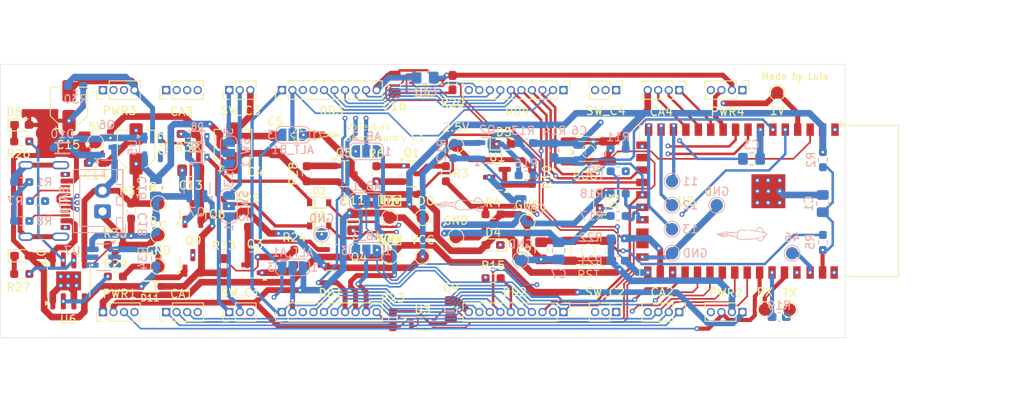
<source format=kicad_pcb>
(kicad_pcb (version 20240108) (generator "pcbnew") (generator_version "8.0")
  (layers (0 "F.Cu" signal) (1 "In1.Cu" signal) (2 "In2.Cu" signal) (31 "B.Cu" signal) (34 "B.Paste" user) (35 "F.Paste" user) (36 "B.SilkS" user "B.Silkscreen") (37 "F.SilkS" user "F.Silkscreen") (38 "B.Mask" user) (39 "F.Mask" user) (44 "Edge.Cuts" user))
  (net 0 "")
  (net 1 "/SIN_A")
  (net 2 "/SIN_B")
  (net 3 "/MOSI(SIN)")
  (net 4 "/MISO(SOUT)")
  (net 5 "/SOUT_B")
  (net 6 "/SOUT_A")
  (net 7 "/CTRL")
  (net 8 "/ALT_A")
  (net 9 "LDO_CTRL")
  (net 10 "/ALT_B")
  (net 11 "-BATT")
  (net 12 "+BATT")
  (net 13 "Net-(U2-IO00)")
  (net 14 "GND")
  (net 15 "/EN")
  (net 16 "Net-(C2-Pad2)")
  (net 17 "Net-(Q1-G)")
  (net 18 "/ADC_BAT_EN")
  (net 19 "LDO")
  (net 20 "/1V")
  (net 21 "/USB_D-")
  (net 22 "/USB_D+")
  (net 23 "Net-(U3-DVI)")
  (net 24 "Net-(U4-DVI)")
  (net 25 "VCC")
  (net 26 "VBUS")
  (net 27 "Net-(U7-VCC)")
  (net 28 "/MC_SD_A")
  (net 29 "/MC_DD_2_A")
  (net 30 "/MC_DD_1_A")
  (net 31 "/MC_SD_B")
  (net 32 "/MC_DD_1_B")
  (net 33 "/MC_DD_2_B")
  (net 34 "Net-(U2-IO06)")
  (net 35 "/SW2")
  (net 36 "/SW1")
  (net 37 "Net-(U2-IO05)")
  (net 38 "Net-(D3-K)")
  (net 39 "Net-(D3-A)")
  (net 40 "Net-(D4-K)")
  (net 41 "Net-(D5-K)")
  (net 42 "Net-(D6-K)")
  (net 43 "Net-(D7-K)")
  (net 44 "Net-(Q7-D)")
  (net 45 "Net-(Q7-G)")
  (net 46 "/XERR_A")
  (net 47 "/XLAT")
  (net 48 "/GSCLK")
  (net 49 "/SCLK")
  (net 50 "/VPRG")
  (net 51 "/BLANK")
  (net 52 "/XERR_B")
  (net 53 "/VCC_CTRL")
  (net 54 "/BUZZER_A")
  (net 55 "/BUZZER_B")
  (net 56 "Net-(Q1-D)")
  (net 57 "/ADC_VREF_EN")
  (net 58 "/2.5V")
  (net 59 "/VCC_CTRL_EN")
  (net 60 "Net-(Q3-D)")
  (net 61 "/LDO_CTRL_EN")
  (net 62 "/LDO_EN")
  (net 63 "/LDO_LATCH")
  (net 64 "/ADC_BAT_V")
  (net 65 "Net-(U1-K)")
  (net 66 "Net-(U2-USB_D+)")
  (net 67 "Net-(U2-USB_D-)")
  (net 68 "/U0TXD")
  (net 69 "Net-(U2-TXD0)")
  (net 70 "/SCL")
  (net 71 "/SDA")
  (net 72 "Net-(U6-~{CHRG})")
  (net 73 "Net-(U6-~{STDBY})")
  (net 74 "Net-(U6-PROG)")
  (net 75 "Net-(U7-CS)")
  (net 76 "/SW1_B")
  (net 77 "/SW1_A")
  (net 78 "/SW2_A")
  (net 79 "/SW2_B")
  (net 80 "/GPIO46")
  (net 81 "/U0RXD")
  (net 85 "Net-(J1-CC1)")
  (net 86 "Net-(J1-SHIELD)")
  (net 89 "Net-(J1-CC2)")
  (net 90 "/GPIO13")
  (net 91 "/GPIO11")
  (net 92 "/GPIO12")
  (net 93 "/DONT_USE")
  (footprint "MountingHole:MountingHole_2mm" (layer "F.Cu") (at 117 100)
    (property "Reference" "H8" (hide yes))
    (property "Value" "MountingHole" (hide yes))
  )
  (footprint "Capacitor_SMD:CP_Elec_4x5.3" (layer "F.Cu") (at 77.1 93.6 90)
    (property "Reference" "C4")
    (property "Value" "10uF")
  )
  (footprint "MountingHole:MountingHole_2mm" (layer "F.Cu") (at 100 89.7)
    (property "Reference" "H3" (hide yes))
    (property "Value" "MountingHole" (hide yes))
  )
  (footprint "MountingHole:MountingHole_2mm" (layer "F.Cu") (at 52 87)
    (property "Reference" "H1" (hide yes))
    (property "Value" "MountingHole" (hide yes))
  )
  (footprint "Capacitor_SMD:C_0805_2012Metric_Pad1.18x1.45mm_HandSolder" (layer "F.Cu") (at 96.6 85.9 -90)
    (property "Reference" "C10")
    (property "Value" "0.1uF" (hide yes))
  )
  (footprint "Package_TO_SOT_SMD:SOT-23" (layer "F.Cu") (at 89 106.8)
    (property "Reference" "Q4")
    (property "Value" "AO3401A")
  )
  (footprint "Package_SO:SOIC-8-1EP_3.9x4.9mm_P1.27mm_EP2.29x3mm" (layer "F.Cu") (at 57.25 109.63 90)
    (property "Reference" "U6")
    (property "Value" "TP4056" (hide yes))
  )
  (footprint "TestPoint:TestPoint_Pad_D1.5mm" (layer "F.Cu") (at 68.1 100.3)
    (property "Reference" "B+")
    (property "Value" "TestPoint_Alt")
  )
  (footprint "MountingHole:MountingHole_2mm" (layer "F.Cu") (at 148 87)
    (property "Reference" "H5" (hide yes))
    (property "Value" "MountingHole" (hide yes))
  )
  (footprint "Resistor_SMD:R_0603_1608Metric_Pad0.98x0.95mm_HandSolder" (layer "F.Cu") (at 84.5 106.8 90)
    (property "Reference" "R24")
    (property "Value" "1M")
  )
  (footprint "Package_TO_SOT_SMD:SOT-23" (layer "F.Cu") (at 72.25 101.5625 90)
    (property "Reference" "Q8")
    (property "Value" "AO3401A" (hide yes))
  )
  (footprint "Connector_PinHeader_1.27mm:PinHeader_1x04_P1.27mm_Vertical" (layer "F.Cu") (at 61.4 113.4 90)
    (property "Reference" "PWR1")
    (property "Value" "Conn_01x04_Pin" (hide yes))
  )
  (footprint "Connector_PinHeader_1.27mm:PinHeader_1x10_P1.27mm_Vertical" (layer "F.Cu") (at 83.005 113.4 90)
    (property "Reference" "DD1")
    (property "Value" "Conn_01x10_Pin" (hide yes))
  )
  (footprint "Resistor_SMD:R_0603_1608Metric_Pad0.98x0.95mm_HandSolder" (layer "F.Cu") (at 62.9 109.1)
    (property "Reference" "R29")
    (property "Value" "R" (hide yes))
  )
  (footprint "LED_SMD:LED_0603_1608Metric_Pad1.05x0.95mm_HandSolder" (layer "F.Cu") (at 121.3775 100 90)
    (property "Reference" "D3")
    (property "Value" "LED")
  )
  (footprint "TestPoint:TestPoint_Pad_D1.5mm" (layer "F.Cu") (at 96 106.7)
    (property "Reference" "VCC")
    (property "Value" "TestPoint_Alt")
  )
  (footprint "BH1750FVI-TR:XDCR_BH1750FVI-TR" (layer "F.Cu") (at 100 85.2 180)
    (property "Reference" "U4")
    (property "Value" "BH1750FVI-TR" (hide yes))
  )
  (footprint "Resistor_SMD:R_0603_1608Metric_Pad0.98x0.95mm_HandSolder" (layer "F.Cu") (at 108.5 101.6)
    (property "Reference" "R4")
    (property "Value" "R")
  )
  (footprint "Capacitor_SMD:C_0603_1608Metric_Pad1.08x0.95mm_HandSolder" (layer "F.Cu") (at 71.7 91.9 180)
    (property "Reference" "R32")
    (property "Value" "1M" (hide yes))
  )
  (footprint "MountingHole:MountingHole_2mm" (layer "F.Cu") (at 148 113)
    (property "Reference" "H6" (hide yes))
    (property "Value" "MountingHole" (hide yes))
  )
  (footprint "TestPoint:TestPoint_Pad_D1.5mm" (layer "F.Cu") (at 68.1 107.9)
    (property "Reference" "GND")
    (property "Value" "TestPoint_Alt" (hide yes))
  )
  (footprint "BAT20JFILM:SOD-323" (layer "F.Cu") (at 87.5 100.2)
    (property "Reference" "D2")
    (property "Value" "BAT20JFILM")
    (property "VALUE" "BAT20JFILM" (hide yes))
  )
  (footprint "Luis:lula1" (layer "F.Cu") (at 87.1 92)
    (property "Reference" "G***" (hide yes))
    (property "Value" "LOGO" (hide yes))
  )
  (footprint "TestPoint:TestPoint_Pad_D1.5mm" (layer "F.Cu") (at 96 102)
    (property "Reference" "LDO")
    (property "Value" "TestPoint_Alt")
  )
  (footprint "Capacitor_SMD:CP_Elec_4x5.3" (layer "F.Cu") (at 65.4 93.7 90)
    (property "Reference" "C17")
    (property "Value" "10uF" (hide yes))
  )
  (footprint "Capacitor_SMD:C_0805_2012Metric_Pad1.18x1.45mm_HandSolder" (layer "F.Cu") (at 91.6 102.5 90)
    (property "Reference" "C11")
    (property "Value" "0.1uF" (hide yes))
  )
  (footprint "Capacitor_SMD:C_0603_1608Metric_Pad1.08x0.95mm_HandSolder" (layer "F.Cu") (at 113.2 97 -90)
    (property "Reference" "R10")
    (property "Value" "R")
  )
  (footprint "Connector_PinHeader_1.27mm:PinHeader_1x04_P1.27mm_Vertical" (layer "F.Cu") (at 69.025 86.6 90)
    (property "Reference" "CA3")
    (property "Value" "Conn_01x04_Pin" (hide yes))
  )
  (footprint "TestPoint:TestPoint_Pad_D1.5mm" (layer "F.Cu") (at 100 106.7)
    (property "Reference" "VCC")
    (property "Value" "TestPoint_Alt")
  )
  (footprint "Capacitor_SMD:C_0805_2012Metric_Pad1.18x1.45mm_HandSolder" (layer "F.Cu") (at 72 96.3 180)
    (property "Reference" "C13")
    (property "Value" "1uF" (hide yes))
  )
  (footprint "TestPoint:TestPoint_Pad_D1.5mm" (layer "F.Cu") (at 112.6 102.5)
    (property "Reference" "GND")
    (property "Value" "TestPoint_Alt")
  )
  (footprint "Package_TO_SOT_SMD:SOT-23" (layer "F.Cu") (at 98.6625 96.7)
    (property "Reference" "Q1")
    (property "Value" "AO3401A")
  )
  (footprint "TestPoint:TestPoint_Pad_D1.5mm" (layer "F.Cu") (at 144.3 113.1)
    (property "Reference" "TX")
    (property "Value" "TestPoint_Alt")
  )
  (footprint "Capacitor_SMD:C_0603_1608Metric_Pad1.08x0.95mm_HandSolder" (layer "F.Cu") (at 96.4 114.3 -90)
    (property "Reference" "R23")
    (property "Value" "1k" (hide yes))
  )
  (footprint "Capacitor_SMD:C_0603_1608Metric_Pad1.08x0.95mm_HandSolder" (layer "F.Cu") (at 103.6 85.7 90)
    (property "Reference" "R20")
    (property "Value" "1k" (hide yes))
  )
  (footprint "TestPoint:TestPoint_Pad_D1.5mm" (layer "F.Cu") (at 104 93.3)
    (property "Reference" "2.5V")
    (property "Value" "TestPoint_Alt")
  )
  (footprint "Capacitor_SMD:C_0603_1608Metric_Pad1.08x0.95mm_HandSolder" (layer "F.Cu") (at 76 107.8 90)
    (property "Reference" "R33")
    (property "Value" "1M")
  )
  (footprint "TestPoint:TestPoint_Pad_D1.5mm" (layer "F.Cu") (at 142.8 86.9)
    (property "Reference" "1V")
    (property "Value" "TestPoint_Alt")
  )
  (footprint "LED_SMD:LED_0603_1608Metric_Pad1.05x0.95mm_HandSolder" (layer "F.Cu") (at 108.5 105.3 180)
    (property "Reference" "D4")
    (property "Value" "LED")
  )
  (footprint "Luis:Button_3x4x2.5" (layer "F.Cu") (at 120 94)
    (property "Reference" "BOOT")
    (property "Value" "SW_Push")
  )
  (footprint "Connector_PinHeader_1.27mm:PinHeader_1x03_P1.27mm_Vertical" (layer "F.Cu") (at 76.65 113.4 90)
    (property "Reference" "SW_C1")
    (property "Value" "Conn_01x03_Pin" (hide yes))
  )
  (footprint "Connector_PinHeader_1.27mm:PinHeader_1x03_P1.27mm_Vertical" (layer "F.Cu") (at 123.35 113.4 -90)
    (property "Reference" "SW_C2")
    (property "Value" "Conn_01x03_Pin" (hide yes))
  )
  (footprint "Capacitor_SMD:CP_Elec_4x5.3" (layer "F.Cu") (at 57.3 88.5 90)
    (property "Reference" "C15")
    (property "Value" "10uF" (hide yes))
  )
  (footprint "Resistor_SMD:R_0603_1608Metric_Pad0.98x0.95mm_HandSolder" (layer "F.Cu") (at 86 96.7 90)
    (property "Reference" "R28")
    (property "Value" "1M")
  )
  (footprint "Connector_PinHeader_1.27mm:PinHeader_1x04_P1.27mm_Vertical" (layer "F.Cu") (at 69.025 113.4 90)
    (property "Reference" "CA1")
    (property "Value" "Conn_01x04_Pin" (hide yes))
  )
  (footprint "Capacitor_SMD:C_0805_2012Metric_Pad1.18x1.45mm_HandSolder" (layer "F.Cu") (at 82.2 93.2 -90)
    (property "Reference" "C5")
    (property "Value" "0.1uF")
  )
  (footprint "MountingHole:MountingHole_2mm" (layer "F.Cu") (at 100 110.3)
    (property "Reference" "H4" (hide yes))
    (property "Value" "MountingHole" (hide yes))
  )
  (footprint "Resistor_SMD:R_0603_1608Metric_Pad0.98x0.95mm_HandSolder" (layer "F.Cu") (at 51.6 108.8)
    (property "Reference" "R27")
    (property "Value" "2.2K" (hide yes))
  )
  (footprint "TestPoint:TestPoint_Pad_D1.5mm" (layer "F.Cu") (at 68.1 104.1)
    (property "Reference" "B-")
    (property "Value" "TestPoint_Alt")
  )
  (footprint "Package_TO_SOT_SMD:SOT-23" (layer "F.Cu") (at 90.4625 96.7)
    (property "Reference" "Q5")
    (property "Value" "AO3401A")
  )
  (footprint "Connector_PinHeader_1.27mm:PinHeader_1x10_P1.27mm_Vertical" (layer "F.Cu") (at 116.995 86.6 -90)
    (property "Reference" "DD4")
    (property "Value" "Conn_01x10_Pin" (hide yes))
  )
  (footprint "Capacitor_SMD:C_0805_2012Metric_Pad1.18x1.45mm_HandSolder" (layer "F.Cu") (at 114.3 106 90)
    (property "Reference" "C2")
    (property "Value" "0.1uF")
  )
  (footprint "TestPoint:TestPoint_Pad_D1.5mm" (layer "F.Cu") (at 100 102)
    (property "Reference" "LDO")
    (property "Value" "TestPoint_Alt")
  )
  (footprint "LED_SMD:LED_0603_1608Metric_Pad1.05x0.95mm_HandSolder" (layer "F.Cu") (at 109.8 93.1)
    (property "Reference" "D5")
    (property "Value" "LED")
  )
  (footprint "Resistor_SMD:R_0603_1608Metric_Pad0.98x0.95mm_HandSolder" (layer "F.Cu") (at 51.6 92.8)
    (property "Reference" "R26")
    (property "Value" "2.2K" (hide yes))
  )
  (footprint "Connector_PinHeader_1.27mm:PinHeader_1x10_P1.27mm_Vertical" (layer "F.Cu") (at 116.995 113.4 -90)
    (property "Reference" "DD2")
    (property "Value" "Conn_01x10_Pin" (hide yes))
  )
  (footprint "TestPoint:TestPoint_Pad_D1.5mm" (layer "F.Cu") (at 141.3 113.1)
    (property "Reference" "RX")
    (property "Value" "TestPoint_Alt")
  )
  (footprint "Resistor_SMD:R_0603_1608Metric_Pad0.98x0.95mm_HandSolder" (layer "F.Cu") (at 102.8 96.7 -90)
    (property "Reference" "R3")
    (property "Value" "R")
  )
  (footprint "LED_SMD:LED_0603_1608Metric_Pad1.05x0.95mm_HandSolder" (layer "F.Cu") (at 51.6 106.6)
    (property "Reference" "D7")
    (property "Value" "LED" (hide yes))
  )
  (footprint "Connector_PinHeader_1.27mm:PinHeader_1x03_P1.27mm_Vertical" (layer "F.Cu") (at 123.35 86.6 -90)
    (property "Reference" "SW_C4")
    (property "Value" "Conn_01x03_Pin" (hide yes))
  )
  (footprint "Connector_PinHeader_1.27mm:PinHeader_1x04_P1.27mm_Vertical" (layer "F.Cu") (at 138.6 113.4 -90)
    (property "Reference" "PWR2")
    (property "Value" "Conn_01x04_Pin" (hide yes))
  )
  (footprint "Package_TO_SOT_SMD:SOT-23" (layer "F.Cu") (at 72.25 107.4625 90)
    (property "Reference" "Q9")
    (property "Value" "AO3401A")
  )
  (footprint "Resistor_SMD:R_0603_1608Metric_Pad0.98x0.95mm_HandSolder" (layer "F.Cu") (at 78.9 102.2 -90)
    (property "Reference" "R25")
    (property "Value" "1M")
  )
  (footprint "MountingHole:MountingHole_2mm" (layer "F.Cu") (at 83 100)
    (property "Reference" "H7" (hide yes))
    (property "Value" "MountingHole" (hide yes))
  )
  (footprint "Connector_PinHeader_1.27mm:PinHeader_1x04_P1.27mm_Vertical" (layer "F.Cu") (at 130.975 86.6 -90)
    (property "Reference" "CA4")
    (property "Value" "Conn_01x04_Pin" (hide yes))
  )
  (footprint "Capacitor_SMD:C_0603_1608Metric_Pad1.08x0.95mm_HandSolder" (layer "F.Cu") (at 60.5 95.4)
    (property "Reference" "C14")
    (property "Value" "100nF" (hide yes))
  )
  (footprint "BAT20JFILM:SOD-323" (layer "F.Cu") (at 87.5 103)
    (property "Reference" "D1")
    (property "Value" "BAT20JFILM")
    (property "VALUE" "BAT20JFILM" (hide yes))
  )
  (footprint "MountingHole:MountingHole_2mm" (layer "F.Cu") (at 52 113)
    (property "Reference" "H2" (hide yes))
    (property "Value" "MountingHole" (hide yes))
  )
  (footprint "Luis:Button_3x4x2.5" (layer "F.Cu") (at 120 106)
    (property "Reference" "RST")
    (property "Value" "SW_Push")
  )
  (footprint "BAT20JFILM:SOD-323" (layer "F.Cu") (at 67.2 110.3 180)
    (property "Reference" "D11")
    (property "Value" "BAT20J")
    (property "VALUE" "BAT20JFILM" (hide yes))
  )
  (footprint "Connector_PinHeader_1.27mm:PinHeader_1x03_P1.27mm_Vertical" (layer "F.Cu") (at 76.65 86.6 90)
    (property "Reference" "SW_C3")
    (property "Value" "Conn_01x03_Pin" (hide yes))
  )
  (footprint "Resistor_SMD:R_0603_1608Metric_Pad0.98x0.95mm_HandSolder" (layer "F.Cu") (at 64.8 101.2 -90)
    (property "Reference" "R31")
    (property "Value" "100" (hide yes))
  )
  (footprint "Resistor_SMD:R_0603_1608Metric_Pad0.98x0.95mm_HandSolder" (layer "F.Cu") (at 108.5 109.3 180)
    (property "Reference" "R15")
    (property "Value" "2.2K")
  )
  (footprint "Connector_PinHeader_1.27mm:PinHeader_1x04_P1.27mm_Vertical" (layer "F.Cu") (at 138.6 86.6 -90)
    (property "Reference" "PWR4")
    (property "Value" "Conn_01x04_Pin" (hide yes))
  )
  (footprint "RF_Module:ESP32-S2-WROVER" (layer "F.Cu") (at 138 100 -90)
    (property "Reference" "U2")
    (property "Value" "ESP32-S2-WROVER-I")
  )
  (footprint "TestPoint:TestPoint_Pad_D1.5mm" (layer "F.Cu") (at 104 104.35)
    (property "Reference" "GND")
    (property "Value" "TestPoint_Alt")
  )
  (footprint "Connector_PinHeader_1.27mm:PinHeader_1x04_P1.27mm_Vertical" (layer "F.Cu") (at 61.4 86.6 90)
    (property "Reference" "PWR3")
    (property "Value" "Conn_01x04_Pin" (hide yes))
  )
  (footprint "Connector_USB:USB_C_Receptacle_GCT_USB4105-xx-A_16P_TopMnt_Horizontal" (layer "F.Cu") (at 53.175 99.98 -90)
    (property "Reference" "J1" (hide yes))
    (property "Value" "USB_C_Receptacle_USB2.0_16P" (hide yes))
  )
  (footprint "Capacitor_SMD:C_0805_2012Metric_Pad1.18x1.45mm_HandSolder" (layer "F.Cu") (at 103.4 113.1 -90)
    (property "Reference" "C9")
    (property "Value" "0.1uF" (hide yes))
  )
  (footprint "Package_TO_SOT_SMD:SOT-23" (layer "F.Cu") (at 79.7625 107.7 180)
    (property "Reference" "Q3")
    (property "Value" "AO3400A")
  )
  (footprint "Package_TO_SOT_SMD:SOT-23" (layer "F.Cu") (at 108.9625 97.125 180)
    (property "Reference" "U1")
    (property "Value" "TL431DBZ")
  )
  (footprint "TestPoint:TestPoint_Pad_D1.5mm" (layer "F.Cu") (at 60.5 92.9)
    (property "Reference" "5V")
    (property "Value" "TestPoint_Alt")
  )
  (footprint "Connector_PinHeader_1.27mm:PinHeader_1x10_P1.27mm_Vertical" (layer "F.Cu") (at 83.005 86.6 90)
    (property "Reference" "DD3")
    (property "Value" "Conn_01x10_Pin" (hide yes))
  )
  (footprint "BH1750FVI-TR:XDCR_BH1750FVI-TR" (layer "F.Cu") (at 100 114.8)
    (property "Reference" "U3")
    (property "Value" "BH1750FVI-TR")
  )
  (footprint "Connector_PinHeader_1.27mm:PinHeader_1x04_P1.27mm_Vertical" (layer "F.Cu") (at 130.975 113.4 -90)
    (property "Reference" "CA2")
    (property "Value" "Conn_01x04_Pin" (hide yes))
  )
  (footprint "Resistor_SMD:R_0603_1608Metric_Pad0.98x0.95mm_HandSolder" (layer "F.Cu") (at 94.4 96.7 90)
    (property "Reference" "R6")
    (property "Value" "10k")
  )
  (footprint "Resistor_SMD:R_0603_1608Metric_Pad0.98x0.95mm_HandSolder" (layer "F.Cu") (at 62.9 105.3 180)
    (property "Reference" "R35")
    (property "Value" "2K" (hide yes))
  )
  (footprint "LED_SMD:LED_0603_1608Metric_Pad1.05x0.95mm_HandSolder" (layer "F.Cu") (at 51.6 90.8)
    (property "Reference" "D6")
    (property "Value" "LED" (hide yes))
  )
  (footprint "Capacitor_SMD:C_0805_2012Metric_Pad1.18x1.45mm_HandSolder" (layer "B.Cu") (at 67.8 98.4 -90)
    (property "Reference" "C16")
    (property "Value" "1uF" (hide yes))
  )
  (footprint "TestPoint:TestPoint_Pad_D1.5mm" (layer "B.Cu") (at 130.1 106.3 180)
    (property "Reference" "GND")
    (property "Value" "TestPoint_Alt" (hide yes))
  )
  (footprint "Resistor_SMD:R_0603_1608Metric_Pad0.98x0.95mm_HandSolder" (layer "B.Cu") (at 123.6 96.4)
    (property "Reference" "R9")
    (property "Value" "2.2K")
  )
  (footprint "Package_TO_SOT_SMD:SOT-23-5" (layer "B.Cu") (at 67.3875 93.5125 -90)
    (property "Reference" "U5")
    (property "Value" "AP2112K-3.3" (hide yes))
  )
  (footprint "Capacitor_SMD:C_0805_2012Metric_Pad1.18x1.45mm_HandSolder" (layer "B.Cu") (at 148.3 100.3 90)
    (property "Reference" "C1")
    (property "Value" "1uF")
  )
  (footprint "Jumper:SolderJumper-3_P1.3mm_Open_RoundedPad1.0x1.5mm_NumberLabels" (layer "B.Cu") (at 76.6 100.6 90)
    (property "Reference" "SW_2")
    (property "Value" "SolderJumper_3_Open")
  )
  (footprint "Jumper:SolderJumper-3_P1.3mm_Open_RoundedPad1.0x1.5mm_NumberLabels" (layer "B.Cu") (at 84.3 108 180)
    (property "Reference" "ALT_A1")
    (property "Value" "SolderJumper_3_Open")
  )
  (footprint "Resistor_SMD:R_0603_1608Metric_Pad0.98x0.95mm_HandSolder" (layer "B.Cu") (at 103.7 93.9 -90)
    (property "Reference" "R12")
    (property "Value" "1M")
  )
  (footprint "Capacitor_SMD:C_0805_2012Metric_Pad1.18x1.45mm_HandSolder" (layer "B.Cu") (at 139.7 94.9 180)
    (property "Reference" "C3")
    (property "Value" "0.1uF")
  )
  (footprint "Package_TO_SOT_SMD:SOT-23-6_Handsoldering" (layer "B.Cu") (at 61.45 106.775 180)
    (property "Reference" "U7")
    (property "Value" "FS312MH" (hide yes))
  )
  (footprint "BAT20JFILM:SOD-323" (layer "B.Cu") (at 72.8 94.7 180)
    (property "Reference" "D9")
    (property "Value" "BAT20J")
    (property "VALUE" "BAT20JFILM" (hide yes))
  )
  (footprint "Package_TO_SOT_SMD:SOT-23" (layer "B.Cu") (at 72.75 98.4625 90)
    (property "Reference" "Q7")
    (property "Value" "AO3400A")
  )
  (footprint "TestPoint:TestPoint_Pad_D1.5mm" (layer "B.Cu") (at 130.1 100.5 180)
    (property "Reference" "12")
    (property "Value" "TestPoint_Alt")
  )
  (footprint "BAT20JFILM:SOD-323" (layer "B.Cu") (at 72.8 92.2 180)
    (property "Reference" "D8")
    (property "Value" "BAT20J")
    (property "VALUE" "BAT20JFILM" (hide yes))
  )
  (footprint "Capacitor_SMD:C_0603_1608Metric_Pad1.08x0.95mm_HandSolder" (layer "B.Cu") (at 143.0375 114)
    (property "Reference" "R19")
    (property "Value" "499")
  )
  (footprint "Resistor_SMD:R_0603_1608Metric_Pad0.98x0.95mm_HandSolder" (layer "B.Cu") (at 53.5 100 180)
    (property "Reference" "R7")
    (property "Value" "5.1K" (hide yes))
  )
  (footprint "Jumper:SolderJumper-3_P1.3mm_Open_RoundedPad1.0x1.5mm_NumberLabels" (layer "B.Cu") (at 93.2 94 180)
    (property "Reference" "AB_2")
    (property "Value" "SolderJumper_3_Open")
  )
  (footprint "Resistor_SMD:R_0603_1608Metric_Pad0.98x0.95mm_HandSolder" (layer "B.Cu") (at 123.6 101.8 180)
    (property "Reference" "R17")
    (property "Value" "0")
  )
  (footprint "Resistor_SMD:R_0603_1608Metric_Pad0.98x0.95mm_HandSolder" (layer "B.Cu") (at 148.3125 95 -90)
    (property "Reference" "R2")
    (property "Value" "10k")
  )
  (footprint "Capacitor_SMD:C_0805_2012Metric_Pad1.18x1.45mm_HandSolder" (layer "B.Cu") (at 100.3 85.1)
    (property "Reference" "C12")
    (property "Value" "0.1uF" (hide yes))
  )
  (footprint "Resistor_SMD:R_0603_1608Metric_Pad0.98x0.95mm_HandSolder" (layer "B.Cu") (at 67.8 106.9 90)
    (property "Reference" "R34")
    (property "Value" "1M")
  )
  (footprint "Capacitor_SMD:C_0603_1608Metric_Pad1.08x0.95mm_HandSolder" (layer "B.Cu") (at 123.6 104.5 180)
    (property "Reference" "R22")
    (property "Value" "4.7k")
  )
  (footprint "Resistor_SMD:R_0603_1608Metric_Pad0.98x0.95mm_HandSolder" (layer "B.Cu") (at 123.6 93.7 180)
    (property "Reference" "R11")
    (property "Value" "10k")
  )
  (footprint "Connector_JST:JST_XH_B2B-XH-A_1x02_P2.50mm_Vertical" (layer "B.Cu") (at 61.35 101.25 90)
    (property "Reference" "BAT1")
    (property "Value" "Conn_01x02_Pin" (hide yes))
  )
  (footprint "Resistor_SMD:R_0603_1608Metric_Pad0.98x0.95mm_HandSolder" (layer "B.Cu") (at 51.6 97.7 180)
    (property "Reference" "R1")
    (property "Value" "0" (hide yes))
  )
  (footprint "Resistor_SMD:R_0603_1608Metric_Pad0.98x0.95mm_HandSolder" (layer "B.Cu") (at 148.3125 105 90)
    (property "Reference" "R5")
    (property "Value" "0")
  )
  (footprint "Package_TO_SOT_SMD:SOT-23" (layer "B.Cu") (at 107.7625 93.9)
    (property "Reference" "Q2")
    (property "Value" "AO3401A")
  )
  (footprint "Capacitor_SMD:C_0603_1608Metric_Pad1.08x0.95mm_HandSolder" (layer "B.Cu") (at 115.9 93.9 90)
    (property "Reference" "R14")
    (property "Value" "R")
  )
  (footprint "BAT20JFILM:SOD-323" (layer "B.Cu") (at 56.5 93.6)
    (property "Reference" "D10")
    (property "Value" "BAT20JFILM" (hide yes))
    (property "VALUE" "BAT20JFILM" (hide yes))
  )
  (footprint "Jumper:SolderJumper-3_P1.3mm_Open_RoundedPad1.0x1.5mm_NumberLabels" (layer "B.Cu") (at 93.2 100 180)
    (property "Reference" "AB_1")
    (property "Value" "SolderJumper_3_Open")
  )
  (footprint "Resistor_SMD:R_0603_1608Metric_Pad0.98x0.95mm_HandSolder" (layer "B.Cu") (at 51.6 102.4)
    (property "Reference" "R8")
    (property "Value" "5.1K" (hide yes))
  )
  (footprint "Jumper:SolderJumper-3_P1.3mm_Open_RoundedPad1.0x1.5mm_NumberLabels" (layer "B.Cu") (at 93.2 106 180)
    (property "Reference" "AB_3")
    (property "Value" "SolderJumper_3_Open")
  )
  (footprint "Luis:lula1" (layer "B.Cu") (at 104.5 100.4 180)
    (property "Reference" "G***" (hide yes))
    (property "Value" "LOGO" (hide yes))
  )
  (footprint "Capacitor_SMD:C_0603_1608Metric_Pad1.08x0.95mm_HandSolder" (layer "B.Cu") (at 123.6 107.2 180)
    (property "Reference" "R21")
    (property "Value" "4.7k")
  )
  (footprint "Capacitor_SMD:C_0603_1608Metric_Pad1.08x0.95mm_HandSolder" (layer "B.Cu") (at 112.5 93)
    (property "Reference" "R13")
    (property "Value" "R")
  )
  (footprint "Jumper:SolderJumper-3_P1.3mm_Open_RoundedPad1.0x1.5mm_NumberLabels" (layer "B.Cu") (at 76.6 94.2 90)
    (property "Reference" "SW_1")
    (property "Value" "SolderJumper_3_Open")
  )
  (footprint "TestPoint:TestPoint_Pad_D1.5mm" (layer "B.Cu") (at 144.6 106.3 180)
    (property "Reference" "46")
    (property "Value" "TestPoint_Alt")
  )
  (footprint "Luis:lula1" (layer "B.Cu") (at 138.5 104 180)
    (property "Reference" "G***" (hide yes))
    (property "Value" "LOGO" (hide yes))
  )
  (footprint "TestPoint:TestPoint_Pad_D1.5mm" (layer "B.Cu") (at 87.8 104 180)
    (property "Reference" "GND")
    (property "Value" "TestPoint_Alt" (hide yes))
  )
  (footprint "Package_TO_SOT_SMD:SOT-23" (layer "B.Cu") (at 61.8625 93.5)
    (property "Reference" "Q6")
    (property "Value" "AO3401A" (hide yes))
  )
  (footprint "Resistor_SMD:R_0603_1608Metric_Pad0.98x0.95mm_HandSolder" (layer "B.Cu") (at 58.1 86.1 180)
    (property "Reference" "R30")
    (property "Value" "10K")
  )
  (footprint "TestPoint:TestPoint_Pad_D1.5mm" (layer "B.Cu") (at 135.5 100.5 180)
    (property "Reference" "GND")
    (property "Value" "TestPoint_Alt")
  )
  (footprint "TestPoint:TestPoint_Pad_D1.5mm" (layer "B.Cu") (at 111.8 107.1 180)
    (property "Reference" "GND")
    (property "Value" "TestPoint_Alt")
  )
  (footprint "Jumper:SolderJumper-3_P1.3mm_Open_RoundedPad1.0x1.5mm_NumberLabels" (layer "B.Cu") (at 84.3 92 180)
    (property "Reference" "ALT_B1")
    (property "Value" "SolderJumper_3_Open")
  )
  (footprint "TestPoint:TestPoint_Pad_D1.5mm" (layer "B.Cu") (at 130.1 103.4 180)
    (property "Reference" "13")
    (property "Value" "TestPoint_Alt")
  )
  (footprint "Resistor_SMD:R_0603_1608Metric_Pad0.98x0.95mm_HandSolder" (layer "B.Cu") (at 123.6 99.1 180)
    (property "Reference" "R18")
    (property "Value" "0")
  )
  (footprint "Resistor_SMD:R_0603_1608Metric_Pad0.98x0.95mm_HandSolder" (layer "B.Cu") (at 112.5 96.9 180)
    (property "Reference" "R16")
    (property "Value" "2.2K")
  )
  (footprint "Capacitor_SMD:C_0805_2012Metric_Pad1.18x1.45mm_HandSolder" (layer "B.Cu") (at 116.4 106 -90)
    (property "Reference" "C7")
    (property "Value" "C")
  )
  (footprint "Capacitor_SMD:C_0603_1608Metric_Pad1.08x0.95mm_HandSolder" (layer "B.Cu") (at 67.8 102.8 90)
    (property "Reference" "C18")
    (property "Value" "100nF" (hide yes))
  )
  (footprint "Capacitor_SMD:C_0805_2012Metric_Pad1.18x1.45mm_HandSolder" (layer "B.Cu") (at 118.9 94.1375 -90)
    (property "Reference" "C6")
    (property "Value" "0.1uF")
  )
  (footprint "Capacitor_SMD:C_0805_2012Metric_Pad1.18x1.45mm_HandSolder" (layer "B.Cu") (at 111.8 100.9 90)
    (property "Reference" "C8")
    (property "Value" "C")
  )
  (footprint "TestPoint:TestPoint_Pad_D1.5mm" (layer "B.Cu") (at 130.1 97.6 180)
    (property "Reference" "11")
    (property "Value" "TestPoint_Alt")
  )
  (gr_rect (start 49 83.5) (end 151 116.5) (stroke (width 0.05)) (fill none) (layer "Edge.Cuts"))
  (gr_text "Volleyball \nScoreboard v 1.1" (at 90.7 92.9 0) (layer "F.SilkS") (effects (font (size 0.8 0.8)) (justify left bottom)))
  (gr_text "Made by Lula" (at 140.8 85.4 0) (layer "F.SilkS") (effects (font (size 0.8 0.8)) (justify left bottom)))
  (segment (start 96.55 109) (end 91.997918 109) (width 0.6) (layer "F.Cu") (net 1))
  (segment (start 91.3 110.302082) (end 91.895 110.897082) (width 0.6) (layer "F.Cu") (net 1))
  (segment (start 96.6 108.95) (end 96.55 109) (width 0.6) (layer "F.Cu") (net 1))
  (segment (start 91.895 110.897082) (end 91.895 113.4) (width 0.6) (layer "F.Cu") (net 1))
  (segment (start 91.3 109.697918) (end 91.3 110.302082) (width 0.6) (layer "F.Cu") (net 1))
  (segment (start 91.997918 109) (end 91.3 109.697918) (width 0.6) (layer "F.Cu") (net 1))
  (via (at 96.6 108.95) (size 0.6) (drill 0.3) (layers "F.Cu" "B.Cu") (net 1))
  (segment (start 96.132057 113.4) (end 103.867943 113.4) (width 0.2) (layer "B.Cu") (net 1))
  (segment (start 93.399314 112.6) (end 93.799315 112.2) (width 0.2) (layer "B.Cu") (net 1))
  (segment (start 93.799315 112.2) (end 94.932057 112.2) (width 0.2) (layer "B.Cu") (net 1))
  (segment (start 96.6 105.4) (end 94.5 103.3) (width 0.6) (layer "B.Cu") (net 1))
  (segment (start 106.905 112.2) (end 108.105 113.4) (width 0.2) (layer "B.Cu") (net 1))
  (segment (start 91.895 113.4) (end 92.695 112.6) (width 0.2) (layer "B.Cu") (net 1))
  (segment (start 96.6 108.95) (end 96.6 105.4) (width 0.6) (layer "B.Cu") (net 1))
  (segment (start 103.867943 113.4) (end 105.067944 112.2) (width 0.2) (layer "B.Cu") (net 1))
  (segment (start 95.2 99.3) (end 94.5 100) (width 0.5) (layer "B.Cu") (net 1))
  (segment (start 94.5 103.3) (end 94.5 100) (width 0.6) (layer "B.Cu") (net 1))
  (segment (start 105.067944 112.2) (end 106.905 112.2) (width 0.2) (layer "B.Cu") (net 1))
  (segment (start 95.2 94.7) (end 95.2 99.3) (width 0.5) (layer "B.Cu") (net 1))
  (segment (start 94.5 94) (end 95.2 94.7) (width 0.5) (layer "B.Cu") (net 1))
  (segment (start 94.932057 112.2) (end 96.132057 113.4) (width 0.2) (layer "B.Cu") (net 1))
  (segment (start 92.695 112.6) (end 93.399314 112.6) (width 0.2) (layer "B.Cu") (net 1))
  (via (at 91.9 90) (size 0.6) (drill 0.3) (layers "F.Cu" "B.Cu") (net 2))
  (segment (start 91.9 90) (end 91.9 91.9) (width 0.5) (layer "B.Cu") (net 2))
  (segment (start 91.9 91.9) (end 90.9 92.9) (width 0.5) (layer "B.Cu") (net 2))
  (segment (start 108.105 86.6) (end 107.805 86.3) (width 0.2) (layer "B.Cu") (net 2))
  (segment (start 91.895 87.395) (end 92.3 87.8) (width 0.2) (layer "B.Cu") (net 2))
  (segment (start 91.895 86.6) (end 91.895 87.395) (width 0.2) (layer "B.Cu") (net 2))
  (segment (start 91.9 100.6) (end 91.9 100) (width 0.5) (layer "B.Cu") (net 2))
  (segment (start 107.7 87.4) (end 108.105 86.995) (width 0.2) (layer "B.Cu") (net 2))
  (segment (start 91.9 104.9) (end 92.5 104.3) (width 0.5) (layer "B.Cu") (net 2))
  (segment (start 90.9 99) (end 91.9 100) (width 0.5) (layer "B.Cu") (net 2))
  (segment (start 102.075429 86.525) (end 102.950429 87.4) (width 0.2) (layer "B.Cu") (net 2))
  (segment (start 92.5 101.2) (end 91.9 100.6) (width 0.5) (layer "B.Cu") (net 2))
  (segment (start 91.9 86.605) (end 91.895 86.6) (width 0.4) (layer "B.Cu") (net 2))
  (segment (start 91.9 106) (end 91.9 104.9) (width 0.5) (layer "B.Cu") (net 2))
  (segment (start 108.105 86.995) (end 108.105 86.6) (width 0.2) (layer "B.Cu") (net 2))
  (segment (start 92.3 87.8) (end 95.165685 87.8) (width 0.2) (layer "B.Cu") (net 2))
  (segment (start 96.440686 86.525) (end 102.075429 86.525) (width 0.2) (layer "B.Cu") (net 2))
  (segment (start 95.165685 87.8) (end 96.440686 86.525) (width 0.2) (layer "B.Cu") (net 2))
  (segment (start 92.5 104.3) (end 92.5 101.2) (width 0.5) (layer "B.Cu") (net 2))
  (segment (start 102.950429 87.4) (end 107.7 87.4) (width 0.2) (layer "B.Cu") (net 2))
  (segment (start 90.9 92.9) (end 90.9 99) (width 0.5) (layer "B.Cu") (net 2))
  (via (at 113.785 110.1) (size 0.6) (drill 0.3) (layers "F.Cu" "B.Cu") (net 3))
  (via (at 130.175 108.625) (size 0.6) (drill 0.3) (layers "F.Cu" "B.Cu") (net 3))
  (segment (start 95.310091 108.610091) (end 95.310091 105.416214) (width 0.2) (layer "B.Cu") (net 3))
  (segment (start 109.872792 107.6) (end 98.798529 107.6) (width 0.2) (layer "B.Cu") (net 3))
  (segment (start 93.2 103.306123) (end 93.2 100) (width 0.2) (layer "B.Cu") (net 3))
  (segment (start 95.310091 105.416214) (end 93.2 103.306123) (width 0.2) (layer "B.Cu") (net 3))
  (segment (start 96.25 109.55) (end 95.310091 108.610091) (width 0.2) (layer "B.Cu") (net 3))
  (segment (start 112.372792 110.1) (end 109.872792 107.6) (width 0.2) (layer "B.Cu") (net 3))
  (segment (start 113.785 110.1) (end 112.372792 110.1) (width 0.2) (layer "B.Cu") (net 3))
  (segment (start 96.848529 109.55) (end 96.25 109.55) (width 0.2) (layer "B.Cu") (net 3))
  (segment (start 98.798529 107.6) (end 96.848529 109.55) (width 0.2) (layer "B.Cu") (net 3))
  (segment (start 128.086159 112) (end 129.086159 111) (width 0.2) (layer "F.Cu") (net 4))
  (segment (start 133.175 110.425) (end 133.175 108.625) (width 0.2) (layer "F.Cu") (net 4))
  (segment (start 129.086159 111) (end 132.6 111) (width 0.2) (layer "F.Cu") (net 4))
  (segment (start 132.6 111) (end 133.175 110.425) (width 0.2) (layer "F.Cu") (net 4))
  (via (at 128.086159 112) (size 0.6) (drill 0.3) (layers "F.Cu" "B.Cu") (net 4))
  (via (at 94.5 105.9) (size 0.6) (drill 0.3) (layers "F.Cu" "B.Cu") (net 4))
  (via (at 91.9 94) (size 0.6) (drill 0.3) (layers "F.Cu" "B.Cu") (net 4))
  (segment (start 94.5 106) (end 94.5 108.365685) (width 0.2) (layer "B.Cu") (net 4))
  (segment (start 103.4 109.8) (end 110.8 109.8) (width 0.2) (layer "B.Cu") (net 4))
  (segment (start 113 112) (end 116.160686 112) (width 0.2) (layer "B.Cu") (net 4))
  (segment (start 101.6 108) (end 103.4 109.8) (width 0.2) (layer "B.Cu") (net 4))
  (segment (start 116.160686 112) (end 116.660686 112.5) (width 0.2) (layer "B.Cu") (net 4))
  (segment (start 99.034314 108) (end 101.6 108) (width 0.2) (layer "B.Cu") (net 4))
  (segment (start 127.586159 112.5) (end 128.086159 112) (width 0.2) (layer "B.Cu") (net 4))
  (segment (start 110.8 109.8) (end 113 112) (width 0.2) (layer "B.Cu") (net 4))
  (segment (start 96.084315 109.95) (end 97.084314 109.95) (width 0.2) (layer "B.Cu") (net 4))
  (segment (start 94.5 108.365685) (end 96.084315 109.95) (width 0.2) (layer "B.Cu") (net 4))
  (segment (start 97.084314 109.95) (end 99.034314 108) (width 0.2) (layer "B.Cu") (net 4))
  (segment (start 116.660686 112.5) (end 127.586159 112.5) (width 0.2) (layer "B.Cu") (net 4))
  (via (at 93.165 90) (size 0.6) (drill 0.3) (layers "F.Cu" "B.Cu") (net 5))
  (segment (start 93.2 92.75) (end 93.2 94) (width 0.5) (layer "B.Cu") (net 5))
  (segment (start 93.165 87.165) (end 93.165 86.6) (width 0.2) (layer "B.Cu") (net 5))
  (segment (start 93.165 92.715) (end 93.2 92.75) (width 0.5) (layer "B.Cu") (net 5))
  (segment (start 93.165 90) (end 93.165 92.715) (width 0.5) (layer "B.Cu") (net 5))
  (segment (start 106.835 86.6) (end 106.035 85.8) (width 0.2) (layer "B.Cu") (net 5))
  (segment (start 95 87.4) (end 93.4 87.4) (width 0.2) (layer "B.Cu") (net 5))
  (segment (start 102.234744 85.8) (end 101.909744 86.125) (width 0.2) (layer "B.Cu") (net 5))
  (segment (start 93.4 87.4) (end 93.165 87.165) (width 0.2) (layer "B.Cu") (net 5))
  (segment (start 106.035 85.8) (end 102.234744 85.8) (width 0.2) (layer "B.Cu") (net 5))
  (segment (start 101.909744 86.125) (end 96.275 86.125) (width 0.2) (layer "B.Cu") (net 5))
  (segment (start 93.2 86.635) (end 93.165 86.6) (width 0.5) (layer "B.Cu") (net 5))
  (segment (start 96.275 86.125) (end 95 87.4) (width 0.2) (layer "B.Cu") (net 5))
  (segment (start 93.165 110.965) (end 92.2 110) (width 0.6) (layer "F.Cu") (net 6))
  (segment (start 93.165 113.4) (end 93.165 110.965) (width 0.6) (layer "F.Cu") (net 6))
  (via (at 92.2 110) (size 0.6) (drill 0.3) (layers "F.Cu" "B.Cu") (net 6))
  (segment (start 105.233629 112.6) (end 106.035 112.6) (width 0.2) (layer "B.Cu") (net 6))
  (segment (start 93.2 113.365) (end 93.165 113.4) (width 0.5) (layer "B.Cu") (net 6))
  (segment (start 95.966371 113.8) (end 104.033629 113.8) (width 0.2) (layer "B.Cu") (net 6))
  (segment (start 93.165 106.035) (end 93.2 106) (width 0.5) (layer "B.Cu") (net 6))
  (segment (start 93.965 112.6) (end 94.766371 112.6) (width 0.2) (layer "B.Cu") (net 6))
  (segment (start 94.766371 112.6) (end 95.966371 113.8) (width 0.2) (layer "B.Cu") (net 6))
  (segment (start 92.2 110) (end 93.165 109.035) (width 0.5) (layer "B.Cu") (net 6))
  (segment (start 93.165 113.4) (end 93.965 112.6) (width 0.2) (layer "B.Cu") (net 6))
  (segment (start 93.165 109.035) (end 93.165 106.035) (width 0.5) (layer "B.Cu") (net 6))
  (segment (start 104.033629 113.8) (end 105.233629 112.6) (width 0.2) (layer "B.Cu") (net 6))
  (segment (start 106.035 112.6) (end 106.835 113.4) (width 0.2) (layer "B.Cu") (net 6))
  (segment (start 125.3 113.3) (end 126 112.6) (width 0.2) (layer "F.Cu") (net 7))
  (segment (start 128.527894 112.6) (end 129.727894 111.4) (width 0.2) (layer "F.Cu") (net 7))
  (segment (start 133.9 111.4) (end 134.675 110.625) (width 0.2) (layer "F.Cu") (net 7))
  (segment (start 134.675 110.625) (end 134.675 108.625) (width 0.2) (layer "F.Cu") (net 7))
  (segment (start 129.727894 111.4) (end 133.9 111.4) (width 0.2) (layer "F.Cu") (net 7))
  (segment (start 126 112.6) (end 128.527894 112.6) (width 0.2) (layer "F.Cu") (net 7))
  (via (at 125.3 113.3) (size 0.6) (drill 0.3) (layers "F.Cu" "B.Cu") (net 7))
  (via (at 82.05233 111.6) (size 0.6) (drill 0.3) (layers "F.Cu" "B.Cu") (net 7))
  (segment (start 80.4 94.6) (end 83 92) (width 0.4) (layer "B.Cu") (net 7))
  (segment (start 83 108) (end 83 110.65233) (width 0.4) (layer "B.Cu") (net 7))
  (segment (start 83 110.65233) (end 82.05233 111.6) (width 0.4) (layer "B.Cu") (net 7))
  (segment (start 80.4 105.4) (end 80.4 94.6) (width 0.4) (layer "B.Cu") (net 7))
  (segment (start 83 108) (end 80.4 105.4) (width 0.4) (layer "B.Cu") (net 7))
  (segment (start 84.275 113.4) (end 84.275 112) (width 0.6) (layer "F.Cu") (net 8))
  (via (at 84.275 112) (size 0.6) (drill 0.3) (layers "F.Cu" "B.Cu") (net 8))
  (segment (start 84.3 111.975) (end 84.3 108) (width 0.6) (layer "B.Cu") (net 8))
  (segment (start 84.3 113.375) (end 84.275 113.4) (width 0.5) (layer "B.Cu") (net 8))
  (segment (start 84.275 112) (end 84.3 111.975) (width 0.4) (layer "B.Cu") (net 8))
  (segment (start 123.418629 108.618629) (end 123.785636 108.251622) (width 0.8) (layer "F.Cu") (net 9))
  (segment (start 63.097894 112.265) (end 79.77 112.265) (width 0.7) (layer "F.Cu") (net 9))
  (segment (start 103.3 92) (end 102.9 92.4) (width 0.3) (layer "F.Cu") (net 9))
  (segment (start 102.9 94.4) (end 103.625 95.125) (width 0.3) (layer "F.Cu") (net 9))
  (segment (start 93.9 99.2) (end 99.4 99.2) (width 0.8) (layer "F.Cu") (net 9))
  (segment (start 103.6375 84.8) (end 136.237106 84.8) (width 0.6) (layer "F.Cu") (net 9))
  (segment (start 85.2 110.75) (end 81.285 110.75) (width 0.7) (layer "F.Cu") (net 9))
  (segment (start 99.5 99.1) (end 101.7 101.3) (width 0.8) (layer "F.Cu") (net 9))
  (segment (start 111.2 105) (end 111.2 106.7) (width 0.8) (layer "F.Cu") (net 9))
  (segment (start 91.4 96.7) (end 93.9 99.2) (width 0.8) (layer "F.Cu") (net 9))
  (segment (start 81.285 110.75) (end 79.77 112.265) (width 0.7) (layer "F.Cu") (net 9))
  (segment (start 91.6 101.4625) (end 95.4625 101.4625) (width 0.8) (layer "F.Cu") (net 9))
  (segment (start 103.625 96.287432) (end 103.287432 96.625) (width 0.3) (layer "F.Cu") (net 9))
  (segment (start 110.6 92.8) (end 109.8 92) (width 0.3) (layer "F.Cu") (net 9))
  (segment (start 62.67 113.4) (end 62.67 112.692894) (width 0.7) (layer "F.Cu") (net 9))
  (segment (start 106.925 106) (end 107.625 105.3) (width 0.8) (layer "F.Cu") (net 9))
  (segment (start 82.655 115.15) (end 96.4 115.15) (width 0.7) (layer "F.Cu") (net 9))
  (segment (start 108.7 104.225) (end 110.425 104.225) (width 0.8) (layer "F.Cu") (net 9))
  (segment (start 103.6 84.8375) (end 103.6 84.8375) (width 0.2) (layer "F.Cu") (net 9))
  (segment (start 101.375 85.4) (end 102.3 85.4) (width 0.6) (layer "F.Cu") (net 9))
  (segment (start 101.375 85.2) (end 101.375 85.4) (width 0.3) (layer "F.Cu") (net 9))
  (segment (start 110.425 104.225) (end 111.2 105) (width 0.8) (layer "F.Cu") (net 9))
  (segment (start 99.8 104.1) (end 97.7 102) (width 0.8) (layer "F.Cu") (net 9))
  (segment (start 97.7 102) (end 96 102) (width 0.8) (layer "F.Cu") (net 9))
  (segment (start 98.125 114.3) (end 98.625 114.3) (width 0.2) (layer "F.Cu") (net 9))
  (segment (start 97.2625 115.1625) (end 98.125 114.3) (width 0.2) (layer "F.Cu") (net 9))
  (segment (start 103.287432 96.625) (end 101.975 96.625) (width 0.3) (layer "F.Cu") (net 9))
  (segment (start 111.2 106.7) (end 113.118629 108.618629) (width 0.8) (layer "F.Cu") (net 9))
  (segment (start 62.67 112.692894) (end 63.097894 112.265) (width 0.7) (layer "F.Cu") (net 9))
  (segment (start 107.625 105.3) (end 108.7 104.225) (width 0.8) (layer "F.Cu") (net 9))
  (segment (start 79.77 112.265) (end 82.655 115.15) (width 0.7) (layer "F.Cu") (net 9))
  (segment (start 103.625 95.125) (end 103.625 96.287432) (width 0.3) (layer "F.Cu") (net 9))
  (segment (start 103.417383 106) (end 106.925 106) (width 0.8) (layer "F.Cu") (net 9))
  (segment (start 99.4 99.2) (end 99.5 99.1) (width 0.8) (layer "F.Cu") (net 9))
  (segment (start 101.7 104.1) (end 99.8 104.1) (width 0.8) (layer "F.Cu") (net 9))
  (segment (start 101.375 85.4) (end 101.375 85.7) (width 0.3) (layer "F.Cu") (net 9))
  (segment (start 102.9 92.4) (end 102.9 94.4) (width 0.3) (layer "F.Cu") (net 9))
  (segment (start 102.3 85.4) (end 102.9 84.8) (width 0.6) (layer "F.Cu") (net 9))
  (segment (start 137.33 85.892894) (end 137.33 86.6) (width 0.6) (layer "F.Cu") (net 9))
  (segment (start 101.7 101.3) (end 101.7 104.282617) (width 0.8) (layer "F.Cu") (net 9))
  (segment (start 113.118629 108.618629) (end 123.418629 108.618629) (width 0.8) (layer "F.Cu") (net 9))
  (segment (start 96.4 115.1625) (end 97.2625 115.1625) (width 0.2) (layer "F.Cu") (net 9))
  (segment (start 109.8 92) (end 103.3 92) (width 0.3) (layer "F.Cu") (net 9))
  (segment (start 95.4625 101.4625) (end 96 102) (width 0.8) (layer "F.Cu") (net 9))
  (segment (start 103.6 84.8375) (end 103.6375 84.8) (width 0.6) (layer "F.Cu") (net 9))
  (segment (start 102.9375 84.8375) (end 102.9 84.8) (width 0.6) (layer "F.Cu") (net 9))
  (segment (start 101.975 96.625) (end 99.5 99.1) (width 0.3) (layer "F.Cu") (net 9))
  (segment (start 136.237106 84.8) (end 137.33 85.892894) (width 0.6) (layer "F.Cu") (net 9))
  (segment (start 103.6 84.8375) (end 102.9375 84.8375) (width 0.6) (layer "F.Cu") (net 9))
  (segment (start 101.7 104.282617) (end 103.417383 106) (width 0.8) (layer "F.Cu") (net 9))
  (segment (start 88 92) (end 85.6 92) (width 0.8) (layer "F.Cu") (net 9))
  (segment (start 91.4 95.4) (end 88 92) (width 0.8) (layer "F.Cu") (net 9))
  (segment (start 91.4 96.7) (end 91.4 95.4) (width 0.8) (layer "F.Cu") (net 9))
  (via (at 102.9 84.8) (size 0.6) (drill 0.3) (layers "F.Cu" "B.Cu") (net 9))
  (via (at 91.15 101.4625) (size 0.6) (drill 0.3) (layers "F.Cu" "B.Cu") (net 9))
  (via (at 85.2 110.75) (size 0.6) (drill 0.3) (layers "F.Cu" "B.Cu") (net 9))
  (via (at 123.785636 108.251622) (size 0.6) (drill 0.3) (layers "F.Cu" "B.Cu") (net 9))
  (via (at 85.6 92) (size 0.6) (drill 0.3) (layers "F.Cu" "B.Cu") (net 9))
  (segment (start 102.6 85.1) (end 101.3375 85.1) (width 0.5) (layer "B.Cu") (net 9))
  (segment (start 122.7375 107.2) (end 122.7375 104.5) (width 0.8) (layer "B.Cu") (net 9))
  (segment (start 87.85 110.75) (end 90.4 108.2) (width 0.8) (layer "B.Cu") (net 9))
  (segment (start 137.33 112.73) (end 137.33 113.4) (width 0.8) (layer "B.Cu") (net 9))
  (segment (start 125.159014 109.625) (end 127.589214 109.625) (width 0.8) (layer "B.Cu") (net 9))
  (segment (start 137.33 111.23) (end 137.33 113.4) (width 0.8) (layer "B.Cu") (net 9))
  (segment (start 90.4 108.2) (end 90.4 102.2125) (width 0.8) (layer "B.Cu") (net 9))
  (segment (start 127.589214 109.625) (end 127.614214 109.6) (width 0.8) (layer "B.Cu") (net 9))
  (segment (start 135.7 109.6) (end 137.33 111.23) (width 0.8) (layer "B.Cu") (net 9))
  (segment (start 122.7375 107.203486) (end 125.159014 109.625) (width 0.8) (layer "B.Cu") (net 9))
  (segment (start 90.4 102.2125) (end 91.15 101.4625) (width 0.8) (layer "B.Cu") (net 9))
  (segment (start 85.2 110.75) (end 85.6 110.35) (width 0.7) (layer "B.Cu") (net 9))
  (segment (start 122.7375 107.2) (end 122.7375 107.203486) (width 0.8) (layer "B.Cu") (net 9))
  (segment (start 85.2 110.75) (end 87.85 110.75) (width 0.8) (layer "B.Cu") (net 9))
  (segment (start 85.6 110.35) (end 85.6 108) (width 0.7) (layer "B.Cu") (net 9))
  (segment (start 127.614214 109.6) (end 135.7 109.6) (width 0.8) (layer "B.Cu") (net 9))
  (segment (start 102.9 84.8) (end 102.6 85.1) (width 0.5) (layer "B.Cu") (net 9))
  (segment (start 84.3 92) (end 84.3 91.9) (width 0.5) (layer "B.Cu") (net 10))
  (segment (start 101.919064 92.1) (end 105.019064 89) (width 0.2) (layer "B.Cu") (net 10))
  (segment (start 84.275 91.875) (end 84.275 86.6) (width 0.5) (layer "B.Cu") (net 10))
  (segment (start 113.325 89) (end 115.725 86.6) (width 0.2) (layer "B.Cu") (net 10))
  (segment (start 84.3 86.625) (end 84.275 86.6) (width 0.5) (layer "B.Cu") (net 10))
  (segment (start 84.275 86.6) (end 87.075 89.4) (width 0.2) (layer "B.Cu") (net 10))
  (segment (start 98.528427 92.1) (end 101.919064 92.1) (width 0.2) (layer "B.Cu") (net 10))
  (segment (start 87.075 89.4) (end 95.828427 89.4) (width 0.2) (layer "B.Cu") (net 10))
  (segment (start 84.3 91.9) (end 84.275 91.875) (width 0.5) (layer "B.Cu") (net 10))
  (segment (start 95.828427 89.4) (end 98.528427 92.1) (width 0.2) (layer "B.Cu") (net 10))
  (segment (start 105.019064 89) (end 113.325 89) (width 0.2) (layer "B.Cu") (net 10))
  (segment (start 66.9 105.3) (end 68.1 104.1) (width 0.8) (layer "F.Cu") (net 11))
  (segment (start 62.8 107.725) (end 62.8 106.3125) (width 0.7) (layer "F.Cu") (net 11))
  (segment (start 61.35 101.85) (end 63.8125 104.3125) (width 0.7) (layer "F.Cu") (net 11))
  (segment (start 62.8 106.3125) (end 63.8125 105.3) (width 0.7) (layer "F.Cu") (net 11))
  (segment (start 61.35 101.25) (end 61.35 101.85) (width 0.7) (layer "F.Cu") (net 11))
  (segment (start 63.8125 105.3) (end 66.9 105.3) (width 0.8) (layer "F.Cu") (net 11))
  (segment (start 63.8125 104.3125) (end 63.8125 105.3) (width 0.7) (layer "F.Cu") (net 11))
  (via (at 62.8 107.725) (size 0.6) (drill 0.3) (layers "F.Cu" "B.Cu") (net 11))
  (segment (start 61.35 98.75) (end 63.2625 98.75) (width 0.7) (layer "F.Cu") (net 12))
  (segment (start 64.8125 100.3) (end 64.8 100.2875) (width 0.8) (layer "F.Cu") (net 12))
  (segment (start 59.155 99.945) (end 60.35 98.75) (width 0.7) (layer "F.Cu") (net 12))
  (segment (start 94.4375 97.65) (end 94.4 97.6125) (width 0.8) (layer "F.Cu") (net 12))
  (segment (start 63.2625 98.75) (end 64.8 100.2875) (width 0.7) (layer "F.Cu") (net 12))
  (segment (start 65.4 99.6875) (end 64.8 100.2875) (width 0.8) (layer "F.Cu") (net 12))
  (segment (start 68.1 100.3) (end 64.8125 100.3) (width 0.8) (layer "F.Cu") (net 12))
  (segment (start 59.155 107.155) (end 59.155 99.945) (width 0.7) (layer "F.Cu") (net 12))
  (segment (start 65.4 95.5) (end 65.4 99.6875) (width 0.8) (layer "F.Cu") (net 12))
  (segment (start 60.35 98.75) (end 61.35 98.75) (width 0.7) (layer "F.Cu") (net 12))
  (segment (start 97.725 97.65) (end 94.4375 97.65) (width 0.8) (layer "F.Cu") (net 12))
  (via (at 94.4 97.6125) (size 0.6) (drill 0.3) (layers "F.Cu" "B.Cu") (net 12))
  (via (at 65.4 95.5) (size 0.6) (drill 0.3) (layers "F.Cu" "B.Cu") (net 12))
  (segment (start 62.8 97.3) (end 61.35 98.75) (width 0.8) (layer "B.Cu") (net 12))
  (segment (start 62.8 93.5) (end 62.8 97.3) (width 0.8) (layer "B.Cu") (net 12))
  (segment (start 146.775 92.875) (end 146.775 91.375) (width 0.2) (layer "F.Cu") (net 13))
  (segment (start 127.575 94) (end 128.475 94.9) (width 0.2) (layer "F.Cu") (net 13))
  (segment (start 122.35 95.2) (end 122.35 94.2375) (width 0.8) (layer "F.Cu") (net 13))
  (segment (start 122.35 95.2) (end 123.55 94) (width 0.2) (layer "F.Cu") (net 13))
  (segment (start 128.475 94.9) (end 144.75 94.9) (width 0.2) (layer "F.Cu") (net 13))
  (segment (start 117.65 95.2) (end 122.35 95.2) (width 0.8) (layer "F.Cu") (net 13))
  (segment (start 122.35 94.2375) (end 122.6875 93.9) (width 0.8) (layer "F.Cu") (net 13))
  (segment (start 123.55 94) (end 127.575 94) (width 0.2) (layer "F.Cu") (net 13))
  (segment (start 144.75 94.9) (end 146.775 92.875) (width 0.2) (layer "F.Cu") (net 13))
  (via (at 122.6875 93.9) (size 0.6) (drill 0.3) (layers "F.Cu" "B.Cu") (net 13))
  (segment (start 95.875 84.8625) (end 94.435 86.3025) (width 0.8) (layer "F.Cu") (net 14))
  (segment (start 97.312432 113.85) (end 99.175 113.85) (width 0.2) (layer "F.Cu") (net 14))
  (segment (start 101 84.7) (end 101.375 84.7) (width 0.3) (layer "F.Cu") (net 14))
  (segment (start 55.345 111.155) (end 56.3 110.2) (width 0.8) (layer "F.Cu") (net 14))
  (segment (start 122.35 92.8) (end 119 92.8) (width 0.8) (layer "F.Cu") (net 14))
  (segment (start 82.2 92.1625) (end 77.4625 92.1625) (width 0.8) (layer "F.Cu") (net 14))
  (segment (start 96.887432 114.275) (end 97.312432 113.85) (width 0.2) (layer "F.Cu") (net 14))
  (segment (start 122.35 107.2) (end 117.65 107.2) (width 0.8) (layer "F.Cu") (net 14))
  (segment (start 80.1 107.871948) (end 79.571948 108.4) (width 0.2) (layer "F.Cu") (net 14))
  (segment (start 61.3625 95.4) (end 61.9 95.4) (width 0.8) (layer "F.Cu") (net 14))
  (segment (start 77.1 91.8) (end 79.19 89.71) (width 0.8) (layer "F.Cu") (net 14))
  (segment (start 109.4125 101.6) (end 111.7 101.6) (width 0.8) (layer "F.Cu") (net 14))
  (segment (start 104 104.35) (end 106.6625 104.35) (width 0.8) (layer "F.Cu") (net 14))
  (segment (start 122.35 92.8) (end 123.35 92.8) (width 0.8) (layer "F.Cu") (net 14))
  (segment (start 99.175 113.85) (end 99.4 114.075) (width 0.2) (layer "F.Cu") (net 14))
  (segment (start 98.625 115.1) (end 98.525 115.2) (width 0.2) (layer "F.Cu") (net 14))
  (segment (start 79.19 89.71) (end 79.19 86.6) (width 0.8) (layer "F.Cu") (net 14))
  (segment (start 57.885 112.105) (end 57.885 110.885) (width 0.8) (layer "F.Cu") (net 14))
  (segment (start 106.6625 104.35) (end 109.4125 101.6) (width 0.8) (layer "F.Cu") (net 14))
  (segment (start 111.7 101.6) (end 112.6 102.5) (width 0.8) (layer "F.Cu") (net 14))
  (segment (start 80.1 106.75) (end 80.1 107.871948) (width 0.2) (layer "F.Cu") (net 14))
  (segment (start 94.435 86.3025) (end 94.435 86.6) (width 0.8) (layer "F.Cu") (net 14))
  (segment (start 112.6 102.5) (end 112.6 105.3375) (width 0.8) (layer "F.Cu") (net 14))
  (segment (start 77.4625 108.4) (end 76 106.9375) (width 0.2) (layer "F.Cu") (net 14))
  (segment (start 95.31 114.275) (end 96.887432 114.275) (width 0.2) (layer "F.Cu") (net 14))
  (segment (start 65.21 85.892894) (end 65.21 86.6) (width 0.8) (layer "F.Cu") (net 14))
  (segment (start 99.2 115.1) (end 98.625 115.1) (width 0.2) (layer "F.Cu") (net 14))
  (segment (start 114.4625 107.2) (end 114.3 107.0375) (width 0.8) (layer "F.Cu") (net 14))
  (segment (start 98.625 115.1) (end 98.625 115.3) (width 0.3) (layer "F.Cu") (net 14))
  (segment (start 100.525 84.225) (end 101 84.7) (width 0.3) (layer "F.Cu") (net 14))
  (segment (start 83.6375 106.75) (end 84.5 105.8875) (width 0.8) (layer "F.Cu") (net 14))
  (segment (start 61.9 95.4) (end 65.4 91.9) (width 0.8) (layer "F.Cu") (net 14))
  (segment (start 114.4625 107.2) (end 114.4625 107.2) (width 0.8) (layer "F.Cu") (net 14))
  (segment (start 96.6 84.8625) (end 97.2375 84.225) (width 0.3) (layer "F.Cu") (net 14))
  (segment (start 57.885 110.885) (end 57.2 110.2) (width 0.8) (layer "F.Cu") (net 14))
  (segment (start 55.345 112.105) (end 55.345 111.155) (width 0.8) (layer "F.Cu") (net 14))
  (segment (start 64.817106 85.5) (end 65.21 85.892894) (width 0.8) (layer "F.Cu") (net 14))
  (segment (start 68.1 106.2875) (end 68.1 107.9) (width 0.7) (layer "F.Cu") (net 14))
  (segment (start 94.435 113.4) (end 95.31 114.275) (width 0.2) (layer "F.Cu") (net 14))
  (segment (start 96.6 84.8625) (end 95.875 84.8625) (width 0.8) (layer "F.Cu") (net 14))
  (segment (start 127.165 88.985) (end 127.165 86.6) (width 0.8) (layer "F.Cu") (net 14))
  (segment (start 104.2275 112.0625) (end 103.4 112.0625) (width 0.8) (layer "F.Cu") (net 14))
  (segment (start 65.0125 107.9) (end 68.1 107.9) (width 0.7) (layer "F.Cu") (net 14))
  (segment (start 77.4625 92.1625) (end 77.1 91.8) (width 0.8) (layer "F.Cu") (net 14))
  (segment (start 63.8125 109.1) (end 65.0125 107.9) (width 0.7) (layer "F.Cu") (net 14))
  (segment (start 58.5 85.5) (end 64.817106 85.5) (width 0.8) (layer "F.Cu") (net 14))
  (segment (start 114.3 107.0375) (end 114.3 107.0375) (width 0.8) (layer "F.Cu") (net 14))
  (segment (start 119 92.8) (end 117.65 92.8) (width 0.8) (layer "F.Cu") (net 14))
  (segment (start 123.35 92.8) (end 127.165 88.985) (width 0.8) (layer "F.Cu") (net 14))
  (segment (start 97.2375 84.225) (end 100.525 84.225) (width 0.3) (layer "F.Cu") (net 14))
  (segment (start 57.3 86.7) (end 58.5 85.5) (width 0.8) (layer "F.Cu") (net 14))
  (segment (start 99.4 114.075) (end 99.4 114.9) (width 0.2) (layer "F.Cu") (net 14))
  (segment (start 99.4 114.9) (end 99.2 115.1) (width 0.2) (layer "F.Cu") (net 14))
  (segment (start 105.565 113.4) (end 104.2275 112.0625) (width 0.8) (layer "F.Cu") (net 14))
  (segment (start 79.571948 108.4) (end 77.4625 108.4) (width 0.2) (layer "F.Cu") (net 14))
  (segment (start 98.625 114.8) (end 98.625 115.1) (width 0.3) (layer "F.Cu") (net 14))
  (segment (start 67.8 105.9875) (end 68.1 106.2875) (width 0.7) (layer "F.Cu") (net 14))
  (segment (start 112.6 105.3375) (end 114.3 107.0375) (width 0.8) (layer "F.Cu") (net 14))
  (segment (start 117.65 107.2) (end 114.4625 107.2) (width 0.8) (layer "F.Cu") (net 14))
  (segment (start 80.1 106.75) (end 83.6375 106.75) (width 0.8) (layer "F.Cu") (net 14))
  (via (at 141.7 97.5) (size 0.6) (drill 0.3) (layers "F.Cu" "B.Cu") (net 14))
  (via (at 58.2 110.2) (size 0.6) (drill 0.3) (layers "F.Cu" "B.Cu") (net 14))
  (via (at 143.1 97.5) (size 0.6) (drill 0.3) (layers "F.Cu" "B.Cu") (net 14))
  (via (at 141.735 98.81) (size 0.6) (drill 0.3) (layers "F.Cu" "B.Cu") (net 14))
  (via (at 70.9625 96.3) (size 0.6) (drill 0.3) (layers "F.Cu" "B.Cu") (net 14))
  (via (at 120.6 92.85) (size 0.6) (drill 0.3) (layers "F.Cu" "B.Cu") (net 14))
  (via (at 143.1 98.8) (size 0.6) (drill 0.3) (layers "F.Cu" "B.Cu") (net 14))
  (via (at 140.4 98.8) (size 0.6) (drill 0.3) (layers "F.Cu" "B.Cu") (net 14))
  (via (at 87.8 104.015) (size 0.6) (drill 0.3) (layers "F.Cu" "B.Cu") (net 14))
  (via (at 56.3 109.1) (size 0.6) (drill 0.3) (layers "F.Cu" "B.Cu") (net 14))
  (via (at 143.1 100.2) (size 0.6) (drill 0.3) (layers "F.Cu" "B.Cu") (net 14))
  (via (at 58.2 109.1) (size 0.6) (drill 0.3) (layers "F.Cu" "B.Cu") (net 14))
  (via (at 65.4 91.475) (size 0.6) (drill 0.3) (layers "F.Cu" "B.Cu") (net 14))
  (via (at 114.3 107.0375) (size 0.6) (drill 0.3) (layers "F.Cu" "B.Cu") (net 14))
  (via (at 54.4125 100) (size 0.6) (drill 0.3) (layers "F.Cu" "B.Cu") (net 14))
  (via (at 141.7 100.2) (size 0.6) (drill 0.3) (layers "F.Cu" "B.Cu") (net 14))
  (via (at 108.025 97.125) (size 0.6) (drill 0.3) (layers "F.Cu" "B.Cu") (net 14))
  (via (at 57.2 109.1) (size 0.6) (drill 0.3) (layers "F.Cu" "B.Cu") (net 14))
  (via (at 52.5125 97.7) (size 0.6) (drill 0.3) (layers "F.Cu" "B.Cu") (net 14))
  (via (at 56.855 103.18) (size 0.6) (drill 0.3) (layers "F.Cu" "B.Cu") (net 14))
  (via (at 56.855 96.78) (size 0.6) (drill 0.3) (layers "F.Cu" "B.Cu") (net 14))
  (via (at 91.6 103.5375) (size 0.6) (drill 0.3) (layers "F.Cu" "B.Cu") (net 14))
  (via (at 57.2 110.2) (size 0.6) (drill 0.3) (layers "F.Cu" "B.Cu") (net 14))
  (via (at 140.4 100.2) (size 0.6) (drill 0.3) (layers "F.Cu" "B.Cu") (net 14))
  (via (at 149.675 108.625) (size 0.6) (drill 0.3) (layers "F.Cu" "B.Cu") (net 14))
  (via (at 56.3 110.2) (size 0.6) (drill 0.3) (layers "F.Cu" "B.Cu") (net 14))
  (via (at 80.1 106.75) (size 0.6) (drill 0.3) (layers "F.Cu" "B.Cu") (net 14))
  (via (at 149.775 91.375) (size 0.6) (drill 0.3) (layers "F.Cu" "B.Cu") (net 14))
  (via (at 126.525 106.75) (size 0.6) (drill 0.3) (layers "F.Cu" "B.Cu") (net 14))
  (via (at 124.5125 96.4) (size 0.6) (drill 0.3) (layers "F.Cu" "B.Cu") (net 14))
  (via (at 67.8 105.9875) (size 0.6) (drill 0.3) (layers "F.Cu" "B.Cu") (net 14))
  (via (at 140.4 97.5) (size 0.6) (drill 0.3) (layers "F.Cu" "B.Cu") (net 14))
  (segment (start 95.935 85.1) (end 94.435 86.6) (width 0.7) (layer "B.Cu") (net 14))
  (segment (start 114.2375 107.1) (end 114.3 107.0375) (width 0.8) (layer "B.Cu") (net 14))
  (segment (start 67.8 101.9375) (end 67.8 99.4375) (width 0.8) (layer "B.Cu") (net 14))
  (segment (start 57.1875 85.8125) (end 57.975 85.025) (width 0.8) (layer "B.Cu") (net 14))
  (segment (start 116.2375 95.1) (end 118.825 95.1) (width 0.8) (layer "B.Cu") (net 14))
  (segment (start 130.1 106.3) (end 129.6 106.8) (width 0.5) (layer "B.Cu") (net 14))
  (segment (start 118.825 95.1) (end 118.9 95.175) (width 0.8) (layer "B.Cu") (net 14))
  (segment (start 71 96.3375) (end 70.9625 96.3) (width 0.8) (layer "B.Cu") (net 14))
  (segment (start 115.9 94.7625) (end 116.2375 95.1) (width 0.8) (layer "B.Cu") (net 14))
  (segment (start 111.8 99.8625) (end 110.7625 99.8625) (width 0.8) (layer "B.Cu") (net 14))
  (segment (start 129.6 106.8) (end 126.575 106.8) (width 0.5) (layer "B.Cu") (net 14))
  (segment (start 57.975 85.025) (end 64.125 85.025) (width 0.8) (layer "B.Cu") (net 14))
  (segment (start 71 98.6) (end 71 96.3375) (width 0.8) (layer "B.Cu") (net 14))
  (segment (start 71.3625 99.4375) (end 71.6 99.2) (width 0.8) (layer "B.Cu") (net 14))
  (segment (start 64.125 85.025) (end 65.21 86.11) (width 0.8) (layer "B.Cu") (net 14))
  (segment (start 118.907097 95.175) (end 118.9 95.175) (width 0.8) (layer "B.Cu") (net 14))
  (segment (start 50.6875 102.4) (end 50.6875 99.4125) (width 0.6) (layer "B.Cu") (net 14))
  (segment (start 120.6 92.85) (end 120.6 93.482097) (width 0.8) (layer "B.Cu") (net 14))
  (segment (start 114.3 107.0375) (end 116.4 107.0375) (width 0.8) (layer "B.Cu") (net 14))
  (segment (start 67.8 99.4375) (end 71.3625 99.4375) (width 0.8) (layer "B.Cu") (net 14))
  (segment (start 110.7625 99.8625) (end 108.025 97.125) (width 0.8) (layer "B.Cu") (net 14))
  (segment (start 120.6 93.482097) (end 118.907097 95.175) (width 0.8) (layer "B.Cu") (net 14))
  (segment (start 99.2625 85.1) (end 95.935 85.1) (width 0.7) (layer "B.Cu") (net 14))
  (segment (start 130.1 106.3) (end 135.5 100.9) (width 0.8) (layer "B.Cu") (net 14))
  (segment (start 111.8 107.1) (end 114.2375 107.1) (width 0.8) (layer "B.Cu") (net 14))
  (segment (start 148.3 99.2625) (end 143.5625 99.2625) (width 0.8) (layer "B.Cu") (net 14))
  (segment (start 50.6875 99.4125) (end 52.4 97.7) (width 0.6) (layer "B.Cu") (net 14))
  (segment (start 143.5625 99.2625) (end 143.1 98.8) (width 0.8) (layer "B.Cu") (net 14))
  (segment (start 67.3875 92.375) (end 67.3875 88.7775) (width 0.6) (layer "B.Cu") (net 14))
  (segment (start 126.575 106.8) (end 126.525 106.75) (width 0.5) (layer "B.Cu") (net 14))
  (segment (start 65.21 86.11) (end 65.21 86.6) (width 0.8) (layer "B.Cu") (net 14))
  (segment (start 52.4 97.7) (end 52.5125 97.7) (width 0.6) (layer "B.Cu") (net 14))
  (segment (start 135.5 100.9) (end 135.5 100.5) (width 0.8) (layer "B.Cu") (net 14))
  (segment (start 62.8 105.825) (end 67.6375 105.825) (width 0.7) (layer "B.Cu") (net 14))
  (segment (start 71.6 99.2) (end 71 98.6) (width 0.8) (layer "B.Cu") (net 14))
  (segment (start 67.6375 105.825) (end 67.8 105.9875) (width 0.7) (layer "B.Cu") (net 14))
  (segment (start 67.3875 88.7775) (end 65.21 86.6) (width 0.6) (layer "B.Cu") (net 14))
  (segment (start 57.1875 86.1) (end 57.1875 85.8125) (width 0.8) (layer "B.Cu") (net 14))
  (segment (start 71.8 99.4) (end 71.6 99.2) (width 0.8) (layer "B.Cu") (net 14))
  (segment (start 148.275 105.95) (end 148.3125 105.9125) (width 0.5) (layer "F.Cu") (net 15))
  (segment (start 148.275 108.625) (end 148.275 105.95) (width 0.5) (layer "F.Cu") (net 15))
  (via (at 148.3125 105.9125) (size 0.6) (drill 0.3) (layers "F.Cu" "B.Cu") (net 15))
  (segment (start 149.5 105.3) (end 148.8875 105.9125) (width 0.3) (layer "B.Cu") (net 15))
  (segment (start 149.5 102.5375) (end 149.5 105.3) (width 0.3) (layer "B.Cu") (net 15))
  (segment (start 148.3 101.3375) (end 149.5 102.5375) (width 0.3) (layer "B.Cu") (net 15))
  (segment (start 149.5 96.6) (end 148.8125 95.9125) (width 0.3) (layer "B.Cu") (net 15))
  (segment (start 148.8125 95.9125) (end 148.3125 95.9125) (width 0.3) (layer "B.Cu") (net 15))
  (segment (start 149.5 100.1375) (end 149.5 96.6) (width 0.3) (layer "B.Cu") (net 15))
  (segment (start 148.3 101.3375) (end 149.5 100.1375) (width 0.3) (layer "B.Cu") (net 15))
  (segment (start 148.8875 105.9125) (end 148.3125 105.9125) (width 0.3) (layer "B.Cu") (net 15))
  (segment (start 122.35 104.8) (end 123.55 106) (width 0.3) (layer "F.Cu") (net 16))
  (segment (start 114.4625 104.8) (end 114.3 104.9625) (width 0.8) (layer "F.Cu") (net 16))
  (segment (start 122.35 104.8) (end 117.65 104.8) (width 0.8) (layer "F.Cu") (net 16))
  (segment (start 117.65 104.8) (end 114.4625 104.8) (width 0.8) (layer "F.Cu") (net 16))
  (segment (start 123.55 106) (end 124.2 106) (width 0.3) (layer "F.Cu") (net 16))
  (via (at 124.2 106) (size 0.6) (drill 0.3) (layers "F.Cu" "B.Cu") (net 16))
  (segment (start 144.8125 104.0875) (end 141.3 107.6) (width 0.3) (layer "B.Cu") (net 16))
  (segment (start 141.3 107.6) (end 126.4 107.6) (width 0.3) (layer "B.Cu") (net 16))
  (segment (start 126.4 107.6) (end 124.8 106) (width 0.3) (layer "B.Cu") (net 16))
  (segment (start 148.3125 104.0875) (end 144.8125 104.0875) (width 0.3) (layer "B.Cu") (net 16))
  (segment (start 124.8 106) (end 124.2 106) (width 0.3) (layer "B.Cu") (net 16))
  (segment (start 97.725 95.75) (end 94.4375 95.75) (width 0.6) (layer "F.Cu") (net 17))
  (segment (start 94.4375 95.75) (end 94.4 95.7875) (width 0.6) (layer "F.Cu") (net 17))
  (via (at 97.725 95.75) (size 0.6) (drill 0.3) (layers "F.Cu" "B.Cu") (net 17))
  (via (at 131 92.7) (size 0.6) (drill 0.3) (layers "F.Cu" "B.Cu") (net 17))
  (segment (start 133.2 94.9) (end 131 92.7) (width 0.3) (layer "B.Cu") (net 17))
  (segment (start 138.6625 94.9) (end 133.2 94.9) (width 0.3) (layer "B.Cu") (net 17))
  (via (at 140.775 91.375) (size 0.6) (drill 0.3) (layers "F.Cu" "B.Cu") (net 18))
  (segment (start 140.7375 94.9) (end 140.7375 91.4125) (width 0.8) (layer "B.Cu") (net 18))
  (segment (start 140.7375 91.4125) (end 140.775 91.375) (width 0.2) (layer "B.Cu") (net 18))
  (segment (start 77.1 94.8) (end 77.1 95.4) (width 0.8) (layer "F.Cu") (net 19))
  (segment (start 75.5 93.2) (end 77.1 94.8) (width 0.8) (layer "F.Cu") (net 19))
  (segment (start 82.2 94.2375) (end 82.625 94.2375) (width 0.8) (layer "F.Cu") (net 19))
  (segment (start 89.525 97.65) (end 86.0375 97.65) (width 0.8) (layer "F.Cu") (net 19))
  (segment (start 78.2625 94.2375) (end 77.1 95.4) (width 0.8) (layer "F.Cu") (net 19))
  (segment (start 98.4 100.4) (end 92.55901 100.4) (width 0.8) (layer "F.Cu") (net 19))
  (segment (start 148.275 94.05) (end 148.3125 94.0875) (width 0.5) (layer "F.Cu") (net 19))
  (segment (start 75.5 91.9) (end 75.5 93.2) (width 0.8) (layer "F.Cu") (net 19))
  (segment (start 86.0375 97.65) (end 86 97.6125) (width 0.6) (layer "F.Cu") (net 19))
  (segment (start 82.2 94.2375) (end 78.2625 94.2375) (width 0.8) (layer "F.Cu") (net 19))
  (segment (start 92.55901 100.4) (end 89.80901 97.65) (width 0.8) (layer "F.Cu") (net 19))
  (segment (start 74.3 90.7) (end 75.5 91.9) (width 0.8) (layer "F.Cu") (net 19))
  (segment (start 148.275 91.375) (end 148.275 94.05) (width 0.8) (layer "F.Cu") (net 19))
  (segment (start 89.80901 97.65) (end 89.525 97.65) (width 0.8) (layer "F.Cu") (net 19))
  (segment (start 100 102) (end 98.4 100.4) (width 0.8) (layer "F.Cu") (net 19))
  (segment (start 82.625 94.2375) (end 86 97.6125) (width 0.8) (layer "F.Cu") (net 19))
  (via (at 74.3 90.7) (size 0.6) (drill 0.3) (layers "F.Cu" "B.Cu") (net 19))
  (via (at 148.3125 94.0875) (size 0.6) (drill 0.3) (layers "F.Cu" "B.Cu") (net 19))
  (via (at 98.4 100.4) (size 0.6) (drill 0.3) (layers "F.Cu" "B.Cu") (net 19))
  (segment (start 146.7 89.4) (end 126.63934 89.4) (width 0.8) (layer "B.Cu") (net 19))
  (segment (start 148.3125 91.0125) (end 146.7 89.4) (width 0.8) (layer "B.Cu") (net 19))
  (segment (start 74.3 90.7) (end 70 90.7) (width 0.8) (layer "B.Cu") (net 19))
  (segment (start 104.209014 90.8) (end 98.4 96.609014) (width 0.8) (layer "B.Cu") (net 19))
  (segment (start 148.3125 94.0875) (end 148.3125 91.0125) (width 0.8) (layer "B.Cu") (net 19))
  (segment (start 126.18934 89.85) (end 124.5125 91.52684) (width 0.8) (layer "B.Cu") (net 19))
  (segment (start 66.4375 96) (end 67.8 97.3625) (width 0.8) (layer "B.Cu") (net 19))
  (segment (start 118.5 89.4) (end 117.1 90.8) (width 0.8) (layer "B.Cu") (net 19))
  (segment (start 124.5125 91.52684) (end 124.5125 93.7) (width 0.8) (layer "B.Cu") (net 19))
  (segment (start 70 90.7) (end 69.6 91.1) (width 0.8) (layer "B.Cu") (net 19))
  (segment (start 126.63934 89.4) (end 118.5 89.4) (width 0.8) (layer "B.Cu") (net 19))
  (segment (start 66.4375 94.65) (end 66.4375 96) (width 0.8) (layer "B.Cu") (net 19))
  (segment (start 98.4 96.609014) (end 98.4 100.4) (width 0.8) (layer "B.Cu") (net 19))
  (segment (start 126.63934 89.4) (end 126.18934 89.85) (width 0.8) (layer "B.Cu") (net 19))
  (segment (start 69.6 91.1) (end 69.6 95.5625) (width 0.8) (layer "B.Cu") (net 19))
  (segment (start 69.6 95.5625) (end 67.8 97.3625) (width 0.8) (layer "B.Cu") (net 19))
  (segment (start 117.1 90.8) (end 104.209014 90.8) (width 0.8) (layer "B.Cu") (net 19))
  (segment (start 141.5 88.2) (end 136.3 88.2) (width 0.7) (layer "F.Cu") (net 20))
  (segment (start 142.8 86.9) (end 141.5 88.2) (width 0.7) (layer "F.Cu") (net 20))
  (segment (start 145.275 91.375) (end 145.275 89.375) (width 0.6) (layer "F.Cu") (net 20))
  (segment (start 145.275 89.375) (end 142.8 86.9) (width 0.6) (layer "F.Cu") (net 20))
  (via (at 121.5 90.5) (size 0.6) (drill 0.3) (layers "F.Cu" "B.Cu") (net 20))
  (via (at 136.3 88.2) (size 0.6) (drill 0.3) (layers "F.Cu" "B.Cu") (net 20))
  (segment (start 115.9 93.0375) (end 113.4 93.0375) (width 0.8) (layer "B.Cu") (net 20))
  (segment (start 118.8375 93.0375) (end 118.9 93.1) (width 0.7) (layer "B.Cu") (net 20))
  (segment (start 113.4 93.0375) (end 113.3625 93) (width 0.7) (layer "B.Cu") (net 20))
  (segment (start 121.5 90.5) (end 118.9 93.1) (width 0.7) (layer "B.Cu") (net 20))
  (segment (start 118.875 93.0375) (end 118.9 93.0625) (width 0.7) (layer "B.Cu") (net 20))
  (segment (start 115.925 93.0625) (end 115.9 93.0375) (width 0.7) (layer "B.Cu") (net 20))
  (segment (start 115.9 93.0375) (end 118.8375 93.0375) (width 0.7) (layer "B.Cu") (net 20))
  (segment (start 56.17688 99.23) (end 56.855 99.23) (width 0.3) (layer "F.Cu") (net 21))
  (segment (start 58.27 100.23) (end 56.855 100.23) (width 0.3) (layer "F.Cu") (net 21))
  (segment (start 56.855 100.23) (end 56.17688 100.23) (width 0.3) (layer "F.Cu") (net 21))
  (segment (start 56.855 99.23) (end 57.35 99.23) (width 0.3) (layer "F.Cu") (net 21))
  (segment (start 56.17688 100.23) (end 55.93 99.98312) (width 0.3) (layer "F.Cu") (net 21))
  (segment (start 55.93 99.98312) (end 55.93 99.47688) (width 0.3) (layer "F.Cu") (net 21))
  (segment (start 58.3 100.2) (end 58.27 100.23) (width 0.3) (layer "F.Cu") (net 21))
  (segment (start 55.93 99.47688) (end 56.17688 99.23) (width 0.3) (layer "F.Cu") (net 21))
  (via (at 102.6 103.909824) (size 0.6) (drill 0.3) (layers "F.Cu" "B.Cu") (net 21))
  (via (at 58.3 100.2) (size 0.6) (drill 0.3) (layers "F.Cu" "B.Cu") (net 21))
  (segment (start 121.2 101.8) (end 118.0375 104.9625) (width 0.7) (layer "B.Cu") (net 21))
  (segment (start 118.0375 104.9625) (end 116.4 104.9625) (width 0.7) (layer "B.Cu") (net 21))
  (segment (start 102.659824 103.85) (end 115.2875 103.85) (width 0.8) (layer "B.Cu") (net 21))
  (segment (start 115.2875 103.85) (end 116.4 104.9625) (width 0.8) (layer "B.Cu") (net 21))
  (segment (start 122.6875 101.8) (end 121.2 101.8) (width 0.7) (layer "B.Cu") (net 21))
  (segment (start 102.6 103.909824) (end 102.659824 103.85) (width 0.8) (layer "B.Cu") (net 21))
  (segment (start 58.030761 99.55) (end 57.850761 99.73) (width 0.3) (layer "F.Cu") (net 22))
  (segment (start 58.149997 99.55) (end 58.030761 99.55) (width 0.3) (layer "F.Cu") (net 22))
  (segment (start 56.855 100.73) (end 57.53312 100.73) (width 0.3) (layer "F.Cu") (net 22))
  (segment (start 57.53312 100.73) (end 57.803123 101.000003) (width 0.3) (layer "F.Cu") (net 22))
  (segment (start 57.803123 101.000003) (end 58.3 101.000003) (width 0.3) (layer "F.Cu") (net 22))
  (segment (start 57.850761 99.73) (end 56.855 99.73) (width 0.3) (layer "F.Cu") (net 22))
  (segment (start 58.3 99.399997) (end 58.149997 99.55) (width 0.3) (layer "F.Cu") (net 22))
  (via (at 102.6 102.85) (size 0.6) (drill 0.3) (layers "F.Cu" "B.Cu") (net 22))
  (via (at 58.3 99.399997) (size 0.6) (drill 0.3) (layers "F.Cu" "B.Cu") (net 22))
  (via (at 58.3 101.000003) (size 0.6) (drill 0.3) (layers "F.Cu" "B.Cu") (net 22))
  (segment (start 57.65 99.930761) (end 57.65 100.469239) (width 0.3) (layer "B.Cu") (net 22))
  (segment (start 112.5625 102.7) (end 111.8 101.9375) (width 0.7) (layer "B.Cu") (net 22))
  (segment (start 57.65 100.469239) (end 58.180764 101.000003) (width 0.3) (layer "B.Cu") (net 22))
  (segment (start 58.180764 99.399997) (end 57.65 99.930761) (width 0.3) (layer "B.Cu") (net 22))
  (segment (start 118.3 102.7) (end 112.5625 102.7) (width 0.7) (layer "B.Cu") (net 22))
  (segment (start 110.8875 102.85) (end 111.8 101.9375) (width 0.8) (layer "B.Cu") (net 22))
  (segment (start 102.6 102.85) (end 110.8875 102.85) (width 0.8) (layer "B.Cu") (net 22))
  (segment (start 58.3 99.399997) (end 58.180764 99.399997) (width 0.3) (layer "B.Cu") (net 22))
  (segment (start 121.9 99.1) (end 118.3 102.7) (width 0.7) (layer "B.Cu") (net 22))
  (segment (start 122.6875 99.1) (end 121.9 99.1) (width 0.7) (layer "B.Cu") (net 22))
  (segment (start 58.180764 101.000003) (end 58.3 101.000003) (width 0.3) (layer "B.Cu") (net 22))
  (segment (start 100.9 114.8) (end 101.375 114.8) (width 0.3) (layer "F.Cu") (net 23))
  (segment (start 101.375 114.8) (end 102.7375 114.8) (width 0.3) (layer "F.Cu") (net 23))
  (segment (start 96.5375 113.3) (end 99.4 113.3) (width 0.3) (layer "F.Cu") (net 23))
  (segment (start 96.4 113.4375) (end 96.5375 113.3) (width 0.3) (layer "F.Cu") (net 23))
  (segment (start 102.7375 114.8) (end 103.4 114.1375) (width 0.3) (layer "F.Cu") (net 23))
  (segment (start 99.4 113.3) (end 100.9 114.8) (width 0.3) (layer "F.Cu") (net 23))
  (segment (start 98.05 85.275) (end 98.05 86.8875) (width 0.2) (layer "F.Cu") (net 24))
  (segment (start 98.05 86.8875) (end 98 86.9375) (width 0.2) (layer "F.Cu") (net 24))
  (segment (start 98.625 85.2) (end 98.125 85.2) (width 0.2) (layer "F.Cu") (net 24))
  (segment (start 98.125 85.2) (end 98.05 85.275) (width 0.2) (layer "F.Cu") (net 24))
  (segment (start 103.225 86.9375) (end 98 86.9375) (width 0.3) (layer "F.Cu") (net 24))
  (segment (start 103.6 86.5625) (end 103.225 86.9375) (width 0.3) (layer "F.Cu") (net 24))
  (segment (start 96.6 86.9375) (end 98 86.9375) (width 0.3) (layer "F.Cu") (net 24))
  (segment (start 73.2 96.4625) (end 73.2 102.5) (width 0.8) (layer "F.Cu") (net 25))
  (segment (start 81.5125 103.9) (end 82.6 103.9) (width 0.8) (layer "F.Cu") (net 25))
  (segment (start 78.1 101.2) (end 77.5 101.8) (width 0.8) (layer "F.Cu") (net 25))
  (segment (start 73.0375 96.3) (end 73.0375 92.375) (width 0.8) (layer "F.Cu") (net 25))
  (segment (start 78.8125 101.2) (end 78.1 101.2) (width 0.8) (layer "F.Cu") (net 25))
  (segment (start 64 89.8) (end 62.3 91.5) (width 0.8) (layer "F.Cu") (net 25))
  (segment (start 72.5625 91.1625) (end 71.2 89.8) (width 0.8) (layer "F.Cu") (net 25))
  (segment (start 78.9 101.2875) (end 78.8125 101.2) (width 0.8) (layer "F.Cu") (net 25))
  (segment (start 78.9 101.2875) (end 81.5125 103.9) (width 0.8) (layer "F.Cu") (net 25))
  (segment (start 62.3 91.5) (end 62.3 92.375) (width 0.8) (layer "F.Cu") (net 25))
  (segment (start 98.65 108.05) (end 88.3625 108.05) (width 0.8) (layer "F.Cu") (net 25))
  (segment (start 77.5 101.8) (end 73.9 101.8) (width 0.8) (layer "F.Cu") (net 25))
  (segment (start 73.0375 96.3) (end 73.2 96.4625) (width 0.8) (layer "F.Cu") (net 25))
  (segment (start 100 106.7) (end 98.65 108.05) (width 0.8) (layer "F.Cu") (net 25))
  (segment (start 88.3625 108.05) (end 88.0625 107.75) (width 0.8) (layer "F.Cu") (net 25))
  (segment (start 72.5625 91.9) (end 72.5625 91.1625) (width 0.8) (layer "F.Cu") (net 25))
  (segment (start 71.2 89.8) (end 64 89.8) (width 0.8) (layer "F.Cu") (net 25))
  (segment (start 73.9 101.8) (end 73.2 102.5) (width 0.8) (layer "F.Cu") (net 25))
  (segment (start 73.0375 92.375) (end 72.5625 91.9) (width 0.8) (layer "F.Cu") (net 25))
  (via (at 82.6 103.9) (size 0.6) (drill 0.3) (layers "F.Cu" "B.Cu") (net 25))
  (via (at 88.0625 107.75) (size 0.6) (drill 0.3) (layers "F.Cu" "B.Cu") (net 25))
  (via (at 62.3 92.375) (size 0.6) (drill 0.3) (layers "F.Cu" "B.Cu") (net 25))
  (via (at 100 106.7) (size 0.6) (drill 0.3) (layers "F.Cu" "B.Cu") (net 25))
  (segment (start 100 106.7) (end 100 96.6875) (width 0.7) (layer "B.Cu") (net 25))
  (segment (start 84.2125 103.9) (end 88.0625 107.75) (width 0.8) (layer "B.Cu") (net 25))
  (segment (start 56.45 92.5) (end 55.35 93.6) (width 0.8) (layer "B.Cu") (net 25))
  (segment (start 60.875 92.5) (end 56.45 92.5) (width 0.8) (layer "B.Cu") (net 25))
  (segment (start 100 96.6875) (end 103.7 92.9875) (width 0.7) (layer "B.Cu") (net 25))
  (segment (start 103.7 92.9875) (end 106.7875 92.9875) (width 0.7) (layer "B.Cu") (net 25))
  (segment (start 66.4375 92.375) (end 62.3 92.375) (width 0.8) (layer "B.Cu") (net 25))
  (segment (start 60.925 92.55) (end 60.875 92.5) (width 0.8) (layer "B.Cu") (net 25))
  (segment (start 62.3 92.375) (end 61.1 92.375) (width 0.8) (layer "B.Cu") (net 25))
  (segment (start 61.1 92.375) (end 60.925 92.55) (width 0.8) (layer "B.Cu") (net 25))
  (segment (start 106.7875 92.9875) (end 106.825 92.95) (width 0.7) (layer "B.Cu") (net 25))
  (segment (start 82.6 103.9) (end 84.2125 103.9) (width 0.8) (layer "B.Cu") (net 25))
  (segment (start 57.0375 90.5625) (end 57.3 90.3) (width 0.6) (layer "F.Cu") (net 26))
  (segment (start 60.96 110.3) (end 66.05 110.3) (width 0.8) (layer "F.Cu") (net 26))
  (segment (start 51.1 94.5) (end 55.4375 94.5) (width 0.6) (layer "F.Cu") (net 26))
  (segment (start 52.475 106.6) (end 50.6 104.725) (width 0.6) (layer "F.Cu") (net 26))
  (segment (start 54.79 106.6) (end 55.345 107.155) (width 0.8) (layer "F.Cu") (net 26))
  (segment (start 66.05 110.3) (end 67.15 109.2) (width 0.7) (layer "F.Cu") (net 26))
  (segment (start 52.475 106.6) (end 54.79 106.6) (width 0.8) (layer "F.Cu") (net 26))
  (segment (start 70.5 109.2) (end 71.3 108.4) (width 0.7) (layer "F.Cu") (net 26))
  (segment (start 55.2 114) (end 54.3 113.1) (width 0.8) (layer "F.Cu") (net 26))
  (segment (start 56.8 90.8) (end 57.3 90.3) (width 0.6) (layer "F.Cu") (net 26))
  (segment (start 57.553394 102.38) (end 56.855 102.38) (width 0.6) (layer "F.Cu") (net 26))
  (segment (start 57.93 102.756606) (end 57.553394 102.38) (width 0.6) (layer "F.Cu") (net 26))
  (segment (start 55.345 106.180001) (end 55.925001 105.6) (width 0.7) (layer "F.Cu") (net 26))
  (segment (start 56.855 97.58) (end 57.823394 97.58) (width 0.6) (layer "F.Cu") (net 26))
  (segment (start 59.155 113.345) (end 58.5 114) (width 0.8) (layer "F.Cu") (net 26))
  (segment (start 58 102.826606) (end 57.93 102.756606) (width 0.7) (layer "F.Cu") (net 26))
  (segment (start 54.3 108.425) (end 52.475 106.6) (width 0.8) (layer "F.Cu") (net 26))
  (segment (start 54.3 113.1) (end 54.3 108.425) (width 0.8) (layer "F.Cu") (net 26))
  (segment (start 67.15 109.2) (end 70.5 109.2) (width 0.7) (layer "F.Cu") (net 26))
  (segment (start 57.2 105.6) (end 58 104.8) (width 0.7) (layer "F.Cu") (net 26))
  (segment (start 58 104.8) (end 58 102.826606) (width 0.7) (layer "F.Cu") (net 26))
  (segment (start 59.155 112.105) (end 59.155 113.345) (width 0.8) (layer "F.Cu") (net 26))
  (segment (start 55.345 107.155) (end 55.345 106.180001) (width 0.7) (layer "F.Cu") (net 26))
  (segment (start 55.4375 94.5) (end 57.0375 92.9) (width 0.6) (layer "F.Cu") (net 26))
  (segment (start 57.0375 92.9) (end 57.0375 90.5625) (width 0.8) (layer "F.Cu") (net 26))
  (segment (start 58.2 97.203394) (end 58.2 94.0625) (width 0.6) (layer "F.Cu") (net 26))
  (segment (start 59.155 112.105) (end 60.96 110.3) (width 0.8) (layer "F.Cu") (net 26))
  (segment (start 58.2 94.0625) (end 57.0375 92.9) (width 0.6) (layer "F.Cu") (net 26))
  (segment (start 55.925001 105.6) (end 57.2 105.6) (width 0.7) (layer "F.Cu") (net 26))
  (segment (start 50.6 104.725) (end 50.6 95) (width 0.6) (layer "F.Cu") (net 26))
  (segment (start 57.0375 91.2625) (end 57.3 91) (width 0.6) (layer "F.Cu") (net 26))
  (segment (start 58.5 114) (end 55.2 114) (width 0.8) (layer "F.Cu") (net 26))
  (segment (start 50.6 95) (end 51.1 94.5) (width 0.6) (layer "F.Cu") (net 26))
  (segment (start 57.823394 97.58) (end 58.2 97.203394) (width 0.6) (layer "F.Cu") (net 26))
  (via (at 59.75 95.4) (size 0.6) (drill 0.3) (layers "F.Cu" "B.Cu") (net 26))
  (via (at 57.3 90.3) (size 0.6) (drill 0.3) (layers "F.Cu" "B.Cu") (net 26))
  (via (at 66.05 110.3) (size 0.6) (drill 0.3) (layers "F.Cu" "B.Cu") (net 26))
  (segment (start 59.0125 86.1) (end 59.0125 88.5875) (width 0.7) (layer "B.Cu") (net 26))
  (segment (start 58.5 94.45) (end 57.65 93.6) (width 0.8) (layer "B.Cu") (net 26))
  (segment (start 60.925 94.45) (end 58.5 94.45) (width 0.8) (layer "B.Cu") (net 26))
  (segment (start 59.0125 88.5875) (end 57.3 90.3) (width 0.7) (layer "B.Cu") (net 26))
  (segment (start 67.8 108.55) (end 66.05 110.3) (width 0.7) (layer "B.Cu") (net 26))
  (segment (start 60.925 94.45) (end 60.7 94.45) (width 0.8) (layer "B.Cu") (net 26))
  (segment (start 60.7 94.45) (end 59.75 95.4) (width 0.8) (layer "B.Cu") (net 26))
  (segment (start 67.8 107.8125) (end 67.8 108.55) (width 0.7) (layer "B.Cu") (net 26))
  (segment (start 64.8 102.1125) (end 64.8 104.2) (width 0.8) (layer "F.Cu") (net 27))
  (via (at 64.8 104.2) (size 0.6) (drill 0.3) (layers "F.Cu" "B.Cu") (net 27))
  (segment (start 60.1 104.7) (end 60.1 105.825) (width 0.7) (layer "B.Cu") (net 27))
  (segment (start 64.8 104.2) (end 60.6 104.2) (width 0.7) (layer "B.Cu") (net 27))
  (segment (start 60.6 104.2) (end 60.1 104.7) (width 0.7) (layer "B.Cu") (net 27))
  (segment (start 64.8 104.2) (end 67.2625 104.2) (width 0.7) (layer "B.Cu") (net 27))
  (segment (start 67.2625 104.2) (end 67.8 103.6625) (width 0.7) (layer "B.Cu") (net 27))
  (segment (start 136.175 110.925) (end 135.3 111.8) (width 0.2) (layer "F.Cu") (net 28))
  (segment (start 135.3 111.8) (end 130.035 111.8) (width 0.2) (layer "F.Cu") (net 28))
  (segment (start 130.035 111.8) (end 128.435 113.4) (width 0.2) (layer "F.Cu") (net 28))
  (segment (start 136.175 108.625) (end 136.175 110.925) (width 0.2) (layer "F.Cu") (net 28))
  (segment (start 72.365 114.2) (end 127.635 114.2) (width 0.2) (layer "B.Cu") (net 28))
  (segment (start 127.635 114.2) (end 128.435 113.4) (width 0.2) (layer "B.Cu") (net 28))
  (segment (start 71.565 113.4) (end 72.365 114.2) (width 0.2) (layer "B.Cu") (net 28))
  (segment (start 130.475 112.2) (end 129.705 112.97) (width 0.2) (layer "F.Cu") (net 29))
  (segment (start 137.1 112.2) (end 130.475 112.2) (width 0.2) (layer "F.Cu") (net 29))
  (segment (start 129.705 112.97) (end 129.705 113.4) (width 0.2) (layer "F.Cu") (net 29))
  (segment (start 137.675 108.625) (end 137.675 111.625) (width 0.2) (layer "F.Cu") (net 29))
  (segment (start 137.675 111.625) (end 137.1 112.2) (width 0.2) (layer "F.Cu") (net 29))
  (segment (start 70.295 113.4) (end 71.495 114.6) (width 0.2) (layer "B.Cu") (net 29))
  (segment (start 71.495 114.6) (end 128.505 114.6) (width 0.2) (layer "B.Cu") (net 29))
  (segment (start 128.505 114.6) (end 129.705 113.4) (width 0.2) (layer "B.Cu") (net 29))
  (segment (start 131.775 112.6) (end 130.975 113.4) (width 0.2) (layer "F.Cu") (net 30))
  (segment (start 138.075 112.6) (end 131.775 112.6) (width 0.2) (layer "F.Cu") (net 30))
  (segment (start 139.175 108.625) (end 139.175 111.5) (width 0.2) (layer "F.Cu") (net 30))
  (segment (start 139.175 111.5) (end 138.075 112.6) (width 0.2) (layer "F.Cu") (net 30))
  (segment (start 69.025 113.4) (end 70.625 115) (width 0.2) (layer "B.Cu") (net 30))
  (segment (start 70.625 115) (end 129.375 115) (width 0.2) (layer "B.Cu") (net 30))
  (segment (start 129.375 115) (end 130.975 113.4) (width 0.2) (layer "B.Cu") (net 30))
  (segment (start 131.775 91.375) (end 131.775 91.075) (width 0.3) (layer "F.Cu") (net 31))
  (segment (start 128.435 87.735) (end 128.435 86.6) (width 0.3) (layer "F.Cu") (net 31))
  (segment (start 131.775 91.075) (end 128.435 87.735) (width 0.3) (layer "F.Cu") (net 31))
  (segment (start 134.775 90.4) (end 134.775 91.375) (width 0.3) (layer "F.Cu") (net 32))
  (segment (start 130.975 86.6) (end 134.775 90.4) (width 0.3) (layer "F.Cu") (net 32))
  (segment (start 129.705 86.6) (end 129.705 87.307106) (width 0.3) (layer "F.Cu") (net 33))
  (segment (start 133.275 90.877106) (end 133.275 91.375) (width 0.3) (layer "F.Cu") (net 33))
  (segment (start 129.705 87.307106) (end 133.275 90.877106) (width 0.3) (layer "F.Cu") (net 33))
  (segment (start 94.9 103.1) (end 94.3 102.5) (width 0.3) (layer "F.Cu") (net 34))
  (segment (start 94.3 102.5) (end 90.769544 102.5) (width 0.3) (layer "F.Cu") (net 34))
  (segment (start 88.65 100.380456) (end 88.65 100.2) (width 0.3) (layer "F.Cu") (net 34))
  (segment (start 90.769544 102.5) (end 88.65 100.380456) (width 0.3) (layer "F.Cu") (net 34))
  (segment (start 137.775 92.625) (end 137.775 91.375) (width 0.3) (layer "F.Cu") (net 34))
  (segment (start 129.6 93.3375) (end 129.6625 93.4) (width 0.3) (layer "F.Cu") (net 34))
  (segment (start 97.1 102.9) (end 96.9 103.1) (width 0.3) (layer "F.Cu") (net 34))
  (segment (start 137 93.4) (end 137.775 92.625) (width 0.3) (layer "F.Cu") (net 34))
  (segment (start 129.6625 93.4) (end 137 93.4) (width 0.3) (layer "F.Cu") (net 34))
  (segment (start 96.9 103.1) (end 94.9 103.1) (width 0.3) (layer "F.Cu") (net 34))
  (via (at 97.1 102.9) (size 0.6) (drill 0.3) (layers "F.Cu" "B.Cu") (net 34))
  (via (at 129.6 93.3375) (size 0.6) (drill 0.3) (layers "F.Cu" "B.Cu") (net 34))
  (segment (start 82.2 103) (end 86.35 103) (width 0.4) (layer "F.Cu") (net 35))
  (segment (start 76.6 100.6) (end 76.85 100.35) (width 0.4) (layer "F.Cu") (net 35))
  (segment (start 75.2 95.95) (end 75.2 99.2) (width 0.5) (layer "F.Cu") (net 35))
  (segment (start 73.95 94.7) (end 75.2 95.95) (width 0.5) (layer "F.Cu") (net 35))
  (segment (start 79.55 100.35) (end 82.2 103) (width 0.4) (layer "F.Cu") (net 35))
  (segment (start 75.2 99.2) (end 76.6 100.6) (width 0.5) (layer "F.Cu") (net 35))
  (segment (start 76.85 100.35) (end 79.55 100.35) (width 0.4) (layer "F.Cu") (net 35))
  (via (at 73.95 94.7) (size 0.6) (drill 0.3) (layers "F.Cu" "B.Cu") (net 35))
  (via (at 76.6 100.6) (size 0.6) (drill 0.3) (layers "F.Cu" "B.Cu") (net 35))
  (segment (start 75.85 95.05) (end 73.95 93.15) (width 0.4) (layer "F.Cu") (net 36))
  (segment (start 73.95 93.15) (end 73.95 92.2) (width 0.4) (layer "F.Cu") (net 36))
  (segment (start 75.85 96.676166) (end 75.85 95.05) (width 0.4) (layer "F.Cu") (net 36))
  (segment (start 86.35 100.2) (end 86.35 99.85) (width 0.4) (layer "F.Cu") (net 36))
  (segment (start 84.1 97.6) (end 76.773834 97.6) (width 0.4) (layer "F.Cu") (net 36))
  (segment (start 86.35 99.85) (end 84.1 97.6) (width 0.4) (layer "F.Cu") (net 36))
  (segment (start 76.773834 97.6) (end 75.85 96.676166) (width 0.4) (layer "F.Cu") (net 36))
  (via (at 73.95 92.2) (size 0.6) (drill 0.3) (layers "F.Cu" "B.Cu") (net 36))
  (segment (start 73.95 92.95) (end 73.95 92.2) (width 0.5) (layer "B.Cu") (net 36))
  (segment (start 75.2 94.2) (end 73.95 92.95) (width 0.5) (layer "B.Cu") (net 36))
  (segment (start 76.6 94.2) (end 75.2 94.2) (width 0.5) (layer "B.Cu") (net 36))
  (segment (start 90.125 104.475) (end 88.65 103) (width 0.3) (layer "F.Cu") (net 37))
  (segment (start 92.425 104.475) (end 90.125 104.475) (width 0.3) (layer "F.Cu") (net 37))
  (segment (start 93.15 103.75) (end 92.425 104.475) (width 0.3) (layer "F.Cu") (net 37))
  (segment (start 139.275 92.625) (end 139.275 91.375) (width 0.3) (layer "F.Cu") (net 37))
  (segment (start 137.6 94.3) (end 139.275 92.625) (width 0.3) (layer "F.Cu") (net 37))
  (segment (start 129.6 94.3) (end 137.6 94.3) (width 0.3) (layer "F.Cu") (net 37))
  (segment (start 96.834113 103.75) (end 93.15 103.75) (width 0.3) (layer "F.Cu") (net 37))
  (via (at 129.6 94.3) (size 0.6) (drill 0.3) (layers "F.Cu" "B.Cu") (net 37))
  (via (at 96.834113 103.75) (size 0.6) (drill 0.3) (layers "F.Cu" "B.Cu") (net 37))
  (via (at 121.3775 100.875) (size 0.6) (drill 0.3) (layers "F.Cu" "B.Cu") (net 38))
  (segment (start 123.6 100) (end 123.6 97.3125) (width 0.3) (layer "B.Cu") (net 38))
  (segment (start 122.725 100.875) (end 123.6 100) (width 0.3) (layer "B.Cu") (net 38))
  (segment (start 121.3775 100.875) (end 122.725 100.875) (width 0.3) (layer "B.Cu") (net 38))
  (segment (start 123.6 97.3125) (end 122.6875 96.4) (width 0.3) (layer "B.Cu") (net 38))
  (segment (start 128 98.075) (end 128 95.4) (width 0.2) (layer "F.Cu") (net 39))
  (segment (start 127.575 98.5) (end 128 98.075) (width 0.2) (layer "F.Cu") (net 39))
  (segment (start 121.3775 99.125) (end 122.0025 98.5) (width 0.2) (layer "F.Cu") (net 39))
  (segment (start 122.0025 98.5) (end 127.575 98.5) (width 0.2) (layer "F.Cu") (net 39))
  (segment (start 127.35 94.75) (end 126.525 94.75) (width 0.2) (layer "F.Cu") (net 39))
  (segment (start 128 95.4) (end 127.35 94.75) (width 0.2) (layer "F.Cu") (net 39))
  (via (at 107.5875 109.2) (size 0.6) (drill 0.3) (layers "F.Cu" "B.Cu") (net 40))
  (via (at 109.375 105.3) (size 0.6) (drill 0.3) (layers "F.Cu" "B.Cu") (net 40))
  (via (at 108.925 93.1) (size 0.6) (drill 0.3) (layers "F.Cu" "B.Cu") (net 41))
  (segment (start 109.560894 93.1) (end 108.925 93.1) (width 0.6) (layer "B.Cu") (net 41))
  (segment (start 111.5875 96.9) (end 111.5875 95.126606) (width 0.6) (layer "B.Cu") (net 41))
  (segment (start 111.5875 95.126606) (end 109.560894 93.1) (width 0.6) (layer "B.Cu") (net 41))
  (segment (start 50.6875 91.2375) (end 50.725 91.2) (width 0.6) (layer "F.Cu") (net 42))
  (segment (start 50.725 90.8) (end 50.725 92.7625) (width 0.6) (layer "F.Cu") (net 42))
  (segment (start 50.725 92.7625) (end 50.6875 92.8) (width 0.6) (layer "F.Cu") (net 42))
  (segment (start 50.6875 108.7625) (end 50.725 108.8) (width 0.6) (layer "F.Cu") (net 43))
  (segment (start 50.6875 106.6) (end 50.6875 108.7625) (width 0.6) (layer "F.Cu") (net 43))
  (via (at 71.3 102.5) (size 0.6) (drill 0.3) (layers "F.Cu" "B.Cu") (net 44))
  (via (at 70.8375 91.9) (size 0.6) (drill 0.3) (layers "F.Cu" "B.Cu") (net 44))
  (segment (start 71.65 94.7) (end 72.75 95.8) (width 0.7) (layer "B.Cu") (net 44))
  (segment (start 72.75 97.525) (end 72.75 101.05) (width 0.7) (layer "B.Cu") (net 44))
  (segment (start 70.8375 91.9) (end 71.35 91.9) (width 0.7) (layer "B.Cu") (net 44))
  (segment (start 72.75 101.05) (end 71.3 102.5) (width 0.7) (layer "B.Cu") (net 44))
  (segment (start 71.35 91.9) (end 71.65 92.2) (width 0.7) (layer "B.Cu") (net 44))
  (segment (start 72.75 95.8) (end 72.75 97.525) (width 0.7) (layer "B.Cu") (net 44))
  (segment (start 71.65 92.2) (end 71.65 94.7) (width 0.7) (layer "B.Cu") (net 44))
  (segment (start 73.3 108.6625) (end 76 108.6625) (width 0.8) (layer "F.Cu") (net 45))
  (segment (start 73.3 108.202316) (end 71.202316 110.3) (width 0.8) (layer "F.Cu") (net 45))
  (segment (start 73.7 103.9) (end 73.3 104.3) (width 0.8) (layer "F.Cu") (net 45))
  (segment (start 73.3 104.3) (end 73.3 108.6625) (width 0.8) (layer "F.Cu") (net 45))
  (segment (start 71.202316 110.3) (end 68.35 110.3) (width 0.8) (layer "F.Cu") (net 45))
  (segment (start 74.6 103) (end 73.7 103.9) (width 0.8) (layer "F.Cu") (net 45))
  (segment (start 73.3 104.3) (end 73.3 108.202316) (width 0.8) (layer "F.Cu") (net 45))
  (via (at 74.6 103) (size 0.6) (drill 0.3) (layers "F.Cu" "B.Cu") (net 45))
  (segment (start 74.6 100.3) (end 73.7 99.4) (width 0.6) (layer "B.Cu") (net 45))
  (segment (start 74.6 103) (end 74.6 100.3) (width 0.6) (layer "B.Cu") (net 45))
  (segment (start 109.4125 109.3) (end 110.645 110.5325) (width 0.3) (layer "F.Cu") (net 46))
  (segment (start 110.645 110.5325) (end 110.645 113.4) (width 0.3) (layer "F.Cu") (net 46))
  (segment (start 108.645 111.4) (end 110.645 113.4) (width 0.2) (layer "B.Cu") (net 46))
  (segment (start 93.467945 111.4) (end 95.263429 111.4) (width 0.2) (layer "B.Cu") (net 46))
  (segment (start 103.536574 112.6) (end 104.736574 111.4) (width 0.2) (layer "B.Cu") (net 46))
  (segment (start 89.355 113.4) (end 90.955 111.8) (width 0.2) (layer "B.Cu") (net 46))
  (segment (start 95.263429 111.4) (end 96.463429 112.6) (width 0.2) (layer "B.Cu") (net 46))
  (segment (start 104.736574 111.4) (end 108.645 111.4) (width 0.2) (layer "B.Cu") (net 46))
  (segment (start 90.955 111.8) (end 93.067944 111.8) (width 0.2) (layer "B.Cu") (net 46))
  (segment (start 93.067944 111.8) (end 93.467945 111.4) (width 0.2) (layer "B.Cu") (net 46))
  (segment (start 96.463429 112.6) (end 103.536574 112.6) (width 0.2) (layer "B.Cu") (net 46))
  (segment (start 114.95 89.635) (end 111.915 86.6) (width 0.3) (layer "F.Cu") (net 47))
  (segment (start 126.525 97.75) (end 115.8 97.75) (width 0.3) (layer "F.Cu") (net 47))
  (segment (start 115.8 97.75) (end 114.95 96.9) (width 0.3) (layer "F.Cu") (net 47))
  (segment (start 114.95 96.9) (end 114.95 89.635) (width 0.3) (layer "F.Cu") (net 47))
  (via (at 115.1 97.05) (size 0.6) (drill 0.3) (layers "F.Cu" "B.Cu") (net 47))
  (segment (start 109.965686 88.6) (end 111.915 86.650686) (width 0.2) (layer "B.Cu") (net 47))
  (segment (start 101.578371 87.725) (end 102.453371 88.6) (width 0.2) (layer "B.Cu") (net 47))
  (segment (start 96.629115 112.2) (end 103.370889 112.2) (width 0.2) (layer "B.Cu") (net 47))
  (segment (start 88.085 113.4) (end 90.085 111.4) (width 0.2) (layer "B.Cu") (net 47))
  (segment (start 92.902259 111.4) (end 93.30226 111) (width 0.2) (layer "B.Cu") (net 47))
  (segment (start 88.085 86.6) (end 90.485 89) (width 0.2) (layer "B.Cu") (net 47))
  (segment (start 109.515 111) (end 111.915 113.4) (width 0.2) (layer "B.Cu") (net 47))
  (segment (start 95.662741 89) (end 96.937742 87.725) (width 0.2) (layer "B.Cu") (net 47))
  (segment (start 93.30226 111) (end 95.429115 111) (width 0.2) (layer "B.Cu") (net 47))
  (segment (start 96.937742 87.725) (end 101.578371 87.725) (width 0.2) (layer "B.Cu") (net 47))
  (segment (start 103.370889 112.2) (end 104.570889 111) (width 0.2) (layer "B.Cu") (net 47))
  (segment (start 102.453371 88.6) (end 109.965686 88.6) (width 0.2) (layer "B.Cu") (net 47))
  (segment (start 90.085 111.4) (end 92.902259 111.4) (width 0.2) (layer "B.Cu") (net 47))
  (segment (start 104.570889 111) (end 109.515 111) (width 0.2) (layer "B.Cu") (net 47))
  (segment (start 111.915 86.650686) (end 111.915 86.6) (width 0.2) (layer "B.Cu") (net 47))
  (segment (start 95.429115 111) (end 96.629115 112.2) (width 0.2) (layer "B.Cu") (net 47))
  (segment (start 90.485 89) (end 95.662741 89) (width 0.2) (layer "B.Cu") (net 47))
  (segment (start 125 108.097918) (end 120.947918 112.15) (width 0.3) (layer "F.Cu") (net 48))
  (segment (start 116.857106 96.75) (end 116 95.892894) (width 0.3) (layer "F.Cu") (net 48))
  (segment (start 114.455 87.155) (end 114.455 86.6) (width 0.3) (layer "F.Cu") (net 48))
  (segment (start 126.525 99.25) (end 126.3 99.25) (width 0.3) (layer "F.Cu") (net 48))
  (segment (start 126.3 99.25) (end 125 100.55) (width 0.3) (layer "F.Cu") (net 48))
  (segment (start 116 88.7) (end 114.455 87.155) (width 0.3) (layer "F.Cu") (net 48))
  (segment (start 115.705 112.15) (end 114.455 113.4) (width 0.3) (layer "F.Cu") (net 48))
  (segment (start 120.95 96.75) (end 116.857106 96.75) (width 0.3) (layer "F.Cu") (net 48))
  (segment (start 120.947918 112.15) (end 115.705 112.15) (width 0.3) (layer "F.Cu") (net 48))
  (segment (start 125 100.55) (end 125 108.097918) (width 0.3) (layer "F.Cu") (net 48))
  (segment (start 121.1 96.6) (end 120.95 96.75) (width 0.3) (layer "F.Cu") (net 48))
  (segment (start 116 95.892894) (end 116 88.7) (width 0.3) (layer "F.Cu") (net 48))
  (via (at 126.525 99.25) (size 0.6) (drill 0.3) (layers "F.Cu" "B.Cu") (net 48))
  (via (at 121.1 96.6) (size 0.6) (drill 0.3) (layers "F.Cu" "B.Cu") (net 48))
  (segment (start 125.1 95.5) (end 126.525 96.925) (width 0.3) (layer "B.Cu") (net 48))
  (segment (start 122.2 95.5) (end 125.1 95.5) (width 0.3) (layer "B.Cu") (net 48))
  (segment (start 126.525 96.925) (end 126.525 99.25) (width 0.3) (layer "B.Cu") (net 48))
  (segment (start 121.1 96.6) (end 122.2 95.5) (width 0.3) (layer "B.Cu") (net 48))
  (segment (start 125.6 111.9) (end 126.95 110.55) (width 0.3) (layer "F.Cu") (net 49))
  (segment (start 108.499646 108.300354) (end 108.499646 112.524646) (width 0.3) (layer "F.Cu") (net 49))
  (segment (start 90.625 110.825) (end 90.625 113.4) (width 0.6) (layer "F.Cu") (net 49))
  (segment (start 108.5 108.3) (end 108.499646 108.300354) (width 0.3) (layer "F.Cu") (net 49))
  (segment (start 108.499646 112.524646) (end 109.375 113.4) (width 0.3) (layer "F.Cu") (net 49))
  (segment (start 89.65 109.85) (end 90.625 110.825) (width 0.6) (layer "F.Cu") (net 49))
  (segment (start 130.05 110.55) (end 131.675 108.925) (width 0.3) (layer "F.Cu") (net 49))
  (segment (start 131.675 108.925) (end 131.675 108.625) (width 0.3) (layer "F.Cu") (net 49))
  (segment (start 87.4 109.85) (end 89.65 109.85) (width 0.6) (layer "F.Cu") (net 49))
  (segment (start 126.95 110.55) (end 130.05 110.55) (width 0.3) (layer "F.Cu") (net 49))
  (via (at 125.6 111.9) (size 0.6) (drill 0.3) (layers "F.Cu" "B.Cu") (net 49))
  (via (at 90.625 90) (size 0.6) (drill 0.3) (layers "F.Cu" "B.Cu") (net 49))
  (via (at 108.5 108.3) (size 0.6) (drill 0.3) (layers "F.Cu" "B.Cu") (net 49))
  (via (at 87.4 109.85) (size 0.6) (drill 0.3) (layers "F.Cu" "B.Cu") (net 49))
  (segment (start 90.625 87.825) (end 90.625 86.6) (width 0.2) (layer "B.Cu") (net 49))
  (segment (start 90.625 90) (end 90.625 92.175) (width 0.3) (layer "B.Cu") (net 49))
  (segment (start 90.625 92.175) (end 90.3 92.5) (width 0.3) (layer "B.Cu") (net 49))
  (segment (start 108.7 87.8) (end 102.784743 87.8) (width 0.2) (layer "B.Cu") (net 49))
  (segment (start 90.625 113.4) (end 91.825 112.2) (width 0.2) (layer "B.Cu") (net 49))
  (segment (start 109.936396 108.3) (end 108.5 108.3) (width 0.3) (layer "B.Cu") (net 49))
  (segment (start 116.347082 111.55) (end 113.186396 111.55) (width 0.3) (layer "B.Cu") (net 49))
  (segment (start 89.65 99.898528) (end 89.65 107.6) (width 0.3) (layer "B.Cu") (net 49))
  (segment (start 91 88.2) (end 90.625 87.825) (width 0.2) (layer "B.Cu") (net 49))
  (segment (start 104.902259 111.8) (end 107.775 111.8) (width 0.2) (layer "B.Cu") (net 49))
  (segment (start 107.775 111.8) (end 109.375 113.4) (width 0.2) (layer "B.Cu") (net 49))
  (segment (start 91.825 112.2) (end 93.233629 112.2) (width 0.2) (layer "B.Cu") (net 49))
  (segment (start 125.6 111.9) (end 125.45 112.05) (width 0.3) (layer "B.Cu") (net 49))
  (segment (start 96.297743 113) (end 103.702257 113) (width 0.2) (layer "B.Cu") (net 49))
  (segment (start 103.702257 113) (end 104.902259 111.8) (width 0.2) (layer "B.Cu") (net 49))
  (segment (start 93.233629 112.2) (end 93.63363 111.8) (width 0.2) (layer "B.Cu") (net 49))
  (segment (start 90.3 92.5) (end 90.3 99.248528) (width 0.3) (layer "B.Cu") (net 49))
  (segment (start 89.65 107.6) (end 87.4 109.85) (width 0.3) (layer "B.Cu") (net 49))
  (segment (start 102.784743 87.8) (end 101.909743 86.925) (width 0.2) (layer "B.Cu") (net 49))
  (segment (start 116.847082 112.05) (end 116.347082 111.55) (width 0.3) (layer "B.Cu") (net 49))
  (segment (start 95.33137 88.2) (end 91 88.2) (width 0.2) (layer "B.Cu") (net 49))
  (segment (start 109.375 87.125) (end 108.7 87.8) (width 0.2) (layer "B.Cu") (net 49))
  (segment (start 96.606372 86.925) (end 95.33137 88.2) (width 0.2) (layer "B.Cu") (net 49))
  (segment (start 113.186396 111.55) (end 109.936396 108.3) (width 0.3) (layer "B.Cu") (net 49))
  (segment (start 95.097743 111.8) (end 96.297743 113) (width 0.2) (layer "B.Cu") (net 49))
  (segment (start 90.3 99.248528) (end 89.65 99.898528) (width 0.3) (layer "B.Cu") (net 49))
  (segment (start 125.45 112.05) (end 116.847082 112.05) (width 0.3) (layer "B.Cu") (net 49))
  (segment (start 93.63363 111.8) (end 95.097743 111.8) (width 0.2) (layer "B.Cu") (net 49))
  (segment (start 101.909743 86.925) (end 96.606372 86.925) (width 0.2) (layer "B.Cu") (net 49))
  (segment (start 109.375 86.6) (end 109.375 87.125) (width 0.2) (layer "B.Cu") (net 49))
  (segment (start 117.795 112.6) (end 121.134314 112.6) (width 0.2) (layer "F.Cu") (net 50))
  (segment (start 125.475 104.625) (end 126.35 103.75) (width 0.2) (layer "F.Cu") (net 50))
  (segment (start 126.35 103.75) (end 126.525 103.75) (width 0.2) (layer "F.Cu") (net 50))
  (segment (start 121.134314 112.6) (end 125.475 108.259314) (width 0.2) (layer "F.Cu") (net 50))
  (segment (start 116.995 113.4) (end 117.795 112.6) (width 0.2) (layer "F.Cu") (net 50))
  (segment (start 125.475 108.259314) (end 125.475 104.625) (width 0.2) (layer "F.Cu") (net 50))
  (segment (start 82.3 113.4) (end 79.4 110.5) (width 0.4) (layer "B.Cu") (net 50))
  (segment (start 92.570889 110.6) (end 89.049314 110.6) (width 0.2) (layer "B.Cu") (net 50))
  (segment (start 79.4 110.5) (end 79.4 90.205) (width 0.4) (layer "B.Cu") (net 50))
  (segment (start 95.910487 110.35) (end 95.760487 110.2) (width 0.2) (layer "B.Cu") (net 50))
  (segment (start 92.97089 110.2) (end 92.570889 110.6) (width 0.2) (layer "B.Cu") (net 50))
  (segment (start 89.049314 110.6) (end 87.049314 112.6) (width 0.2) (layer "B.Cu") (net 50))
  (segment (start 101.434314 108.4) (end 99.2 108.4) (width 0.2) (layer "B.Cu") (net 50))
  (segment (start 87.049314 112.6) (end 83.805 112.6) (width 0.2) (layer "B.Cu") (net 50))
  (segment (start 83.005 113.4) (end 82.3 113.4) (width 0.4) (layer "B.Cu") (net 50))
  (segment (start 112.750686 112.4) (end 110.550686 110.2) (width 0.2) (layer "B.Cu") (net 50))
  (segment (start 97.249999 110.35) (end 95.910487 110.35) (width 0.2) (layer "B.Cu") (net 50))
  (segment (start 99.2 108.4) (end 97.249999 110.35) (width 0.2) (layer "B.Cu") (net 50))
  (segment (start 79.4 90.205) (end 83.005 86.6) (width 0.4) (layer "B.Cu") (net 50))
  (segment (start 115.995 112.4) (end 112.750686 112.4) (width 0.2) (layer "B.Cu") (net 50))
  (segment (start 83.805 112.6) (end 83.005 113.4) (width 0.2) (layer "B.Cu") (net 50))
  (segment (start 95.760487 110.2) (end 92.97089 110.2) (width 0.2) (layer "B.Cu") (net 50))
  (segment (start 103.234314 110.2) (end 101.434314 108.4) (width 0.2) (layer "B.Cu") (net 50))
  (segment (start 116.995 113.4) (end 115.995 112.4) (width 0.2) (layer "B.Cu") (net 50))
  (segment (start 110.550686 110.2) (end 103.234314 110.2) (width 0.2) (layer "B.Cu") (net 50))
  (segment (start 116.35 97.25) (end 125.125 97.25) (width 0.3) (layer "F.Cu") (net 51))
  (segment (start 115.45 96.35) (end 116.05 96.95) (width 0.3) (layer "F.Cu") (net 51))
  (segment (start 125.125 97.25) (end 126.125 96.25) (width 0.3) (layer "F.Cu") (net 51))
  (segment (start 116.05 96.95) (end 116.35 97.25) (width 0.3) (layer "F.Cu") (net 51))
  (segment (start 113.185 86.785) (end 115.45 89.05) (width 0.3) (layer "F.Cu") (net 51))
  (segment (start 115.45 89.05) (end 115.45 96.35) (width 0.3) (layer "F.Cu") (net 51))
  (segment (start 126.125 96.25) (end 126.525 96.25) (width 0.3) (layer "F.Cu") (net 51))
  (segment (start 113.185 86.6) (end 113.185 86.785) (width 0.3) (layer "F.Cu") (net 51))
  (via (at 116.05 96.95) (size 0.6) (drill 0.3) (layers "F.Cu" "B.Cu") (net 51))
  (segment (start 110.385 110.6) (end 113.185 113.4) (width 0.2) (layer "B.Cu") (net 51))
  (segment (start 93.136575 110.6) (end 95.594801 110.6) (width 0.2) (layer "B.Cu") (net 51))
  (segment (start 104.405204 110.6) (end 110.385 110.6) (width 0.2) (layer "B.Cu") (net 51))
  (segment (start 103.205203 111.8) (end 104.405204 110.6) (width 0.2) (layer "B.Cu") (net 51))
  (segment (start 92.736574 111) (end 93.136575 110.6) (width 0.2) (layer "B.Cu") (net 51))
  (segment (start 86.815 113.4) (end 89.215 111) (width 0.2) (layer "B.Cu") (net 51))
  (segment (start 89.215 111) (end 92.736574 111) (width 0.2) (layer "B.Cu") (net 51))
  (segment (start 95.594801 110.6) (end 96.794801 111.8) (width 0.2) (layer "B.Cu") (net 51))
  (segment (start 96.794801 111.8) (end 103.205203 111.8) (width 0.2) (layer "B.Cu") (net 51))
  (segment (start 114.3 93.95) (end 114.3 90.2) (width 0.3) (layer "F.Cu") (net 52))
  (segment (start 114.3 90.2) (end 110.7 86.6) (width 0.3) (layer "F.Cu") (net 52))
  (segment (start 110.7 86.6) (end 110.645 86.6) (width 0.3) (layer "F.Cu") (net 52))
  (via (at 114.3 93.95) (size 0.6) (drill 0.3) (layers "F.Cu" "B.Cu") (net 52))
  (segment (start 110.645 87.355) (end 109.8 88.2) (width 0.2) (layer "B.Cu") (net 52))
  (segment (start 102.619057 88.2) (end 101.744057 87.325) (width 0.2) (layer "B.Cu") (net 52))
  (segment (start 109.8 88.2) (end 102.619057 88.2) (width 0.2) (layer "B.Cu") (net 52))
  (segment (start 95.497055 88.6) (end 90.7 88.6) (width 0.2) (layer "B.Cu") (net 52))
  (segment (start 110.645 86.6) (end 110.645 87.355) (width 0.2) (layer "B.Cu") (net 52))
  (segment (start 114.3 93.95) (end 114.3 96.5) (width 0.2) (layer "B.Cu") (net 52))
  (segment (start 101.744057 87.325) (end 96.772056 87.325) (width 0.2) (layer "B.Cu") (net 52))
  (segment (start 89.355 87.255) (end 89.355 86.6) (width 0.2) (layer "B.Cu") (net 52))
  (segment (start 113.9 96.9) (end 113.4125 96.9) (width 0.2) (layer "B.Cu") (net 52))
  (segment (start 114.3 96.5) (end 113.9 96.9) (width 0.2) (layer "B.Cu") (net 52))
  (segment (start 96.772056 87.325) (end 95.497055 88.6) (width 0.2) (layer "B.Cu") (net 52))
  (segment (start 90.7 88.6) (end 89.355 87.255) (width 0.2) (layer "B.Cu") (net 52))
  (segment (start 96 106.7) (end 97.35 105.35) (width 0.8) (layer "F.Cu") (net 53))
  (segment (start 113.412207 111) (end 118.7 111) (width 0.8) (layer "F.Cu") (net 53))
  (segment (start 89.887499 106.749999) (end 87.150001 106.749999) (width 0.8) (layer "F.Cu") (net 53))
  (segment (start 95.9 106.8) (end 96 106.7) (width 0.8) (layer "F.Cu") (net 53))
  (segment (start 84.1 109.8) (end 73.214214 109.8) (width 0.8) (layer "F.Cu") (net 53))
  (segment (start 73.214214 109.8) (end 71.699214 111.315) (width 0.8) (layer "F.Cu") (net 53))
  (segment (start 103.4 107.4) (end 109.812207 107.4) (width 0.8) (layer "F.Cu") (net 53))
  (segment (start 87.150001 106.749999) (end 84.1 109.8) (width 0.8) (layer "F.Cu") (net 53))
  (segment (start 97.35 105.35) (end 101.35 105.35) (width 0.8) (layer "F.Cu") (net 53))
  (segment (start 62.285 111.315) (end 61.4 112.2) (width 0.8) (layer "F.Cu") (net 53))
  (segment (start 71.699214 111.315) (end 62.285 111.315) (width 0.8) (layer "F.Cu") (net 53))
  (segment (start 61.4 112.2) (end 61.4 113.4) (width 0.8) (layer "F.Cu") (net 53))
  (segment (start 101.35 105.35) (end 103.4 107.4) (width 0.8) (layer "F.Cu") (net 53))
  (segment (start 109.812207 107.4) (end 113.412207 111) (width 0.8) (layer "F.Cu") (net 53))
  (segment (start 89.9375 106.8) (end 89.887499 106.749999) (width 0.8) (layer "F.Cu") (net 53))
  (segment (start 89.9375 106.8) (end 95.9 106.8) (width 0.8) (layer "F.Cu") (net 53))
  (via (at 118.7 111) (size 0.6) (drill 0.3) (layers "F.Cu" "B.Cu") (net 53))
  (segment (start 138.6 113.4) (end 138.6 113.614925) (width 0.7) (layer "B.Cu") (net 53))
  (segment (start 137.464925 114.75) (end 134.425 114.75) (width 0.7) (layer "B.Cu") (net 53))
  (segment (start 130.675 111) (end 118.7 111) (width 0.7) (layer "B.Cu") (net 53))
  (segment (start 138.6 113.614925) (end 137.464925 114.75) (width 0.7) (layer "B.Cu") (net 53))
  (segment (start 134.425 114.75) (end 130.675 111) (width 0.7) (layer "B.Cu") (net 53))
  (segment (start 133.1 115.4) (end 134.5 115.4) (width 0.5) (layer "F.Cu") (net 54))
  (segment (start 139.55 114.35) (end 140.1 113.8) (width 0.5) (layer "F.Cu") (net 54))
  (segment (start 136.06 113.473503) (end 136.936497 114.35) (width 0.5) (layer "F.Cu") (net 54))
  (segment (start 140.1 113.8) (end 140.1 111.5) (width 0.5) (layer "F.Cu") (net 54))
  (segment (start 140.675 110.925) (end 140.675 108.625) (width 0.5) (layer "F.Cu") (net 54))
  (segment (start 136.06 113.4) (end 136.06 113.473503) (width 0.5) (layer "F.Cu") (net 54))
  (segment (start 136.06 113.84) (end 136.06 113.4) (width 0.5) (layer "F.Cu") (net 54))
  (segment (start 140.1 111.5) (end 140.675 110.925) (width 0.5) (layer "F.Cu") (net 54))
  (segment (start 134.5 115.4) (end 136.06 113.84) (width 0.5) (layer "F.Cu") (net 54))
  (segment (start 136.936497 114.35) (end 139.55 114.35) (width 0.5) (layer "F.Cu") (net 54))
  (via (at 133.1 115.4) (size 0.6) (drill 0.3) (layers "F.Cu" "B.Cu") (net 54))
  (segment (start 65.94 115.4) (end 133.1 115.4) (width 0.2) (layer "B.Cu") (net 54))
  (segment (start 63.94 113.4) (end 65.94 115.4) (width 0.2) (layer "B.Cu") (net 54))
  (segment (start 135.3 87.433503) (end 135.3 89.8) (width 0.5) (layer "F.Cu") (net 55))
  (segment (start 136.06 86.673503) (end 135.3 87.433503) (width 0.5) (layer "F.Cu") (net 55))
  (segment (start 136.06 86.6) (end 136.06 86.673503) (width 0.5) (layer "F.Cu") (net 55))
  (segment (start 136.06 90.56) (end 136.06 91.16) (width 0.5) (layer "F.Cu") (net 55))
  (segment (start 135.3 89.8) (end 136.06 90.56) (width 0.5) (layer "F.Cu") (net 55))
  (segment (start 100.5125 95.7875) (end 99.6 96.7) (width 0.6) (layer "F.Cu") (net 56))
  (segment (start 102.8 95.7875) (end 100.5125 95.7875) (width 0.6) (layer "F.Cu") (net 56))
  (via (at 142.275 91.375) (size 0.6) (drill 0.3) (layers "F.Cu" "B.Cu") (net 57))
  (segment (start 106.825 94.85) (end 109.7 97.725) (width 0.3) (layer "B.Cu") (net 57))
  (segment (start 141.05 90.15) (end 142.275 91.375) (width 0.3) (layer "B.Cu") (net 57))
  (segment (start 125.075 95) (end 125.5 94.575) (width 0.3) (layer "B.Cu") (net 57))
  (segment (start 125.5 91.6) (end 126.95 90.15) (width 0.3) (layer "B.Cu") (net 57))
  (segment (start 106.825 94.85) (end 103.7375 94.85) (width 0.7) (layer "B.Cu") (net 57))
  (segment (start 118.017956 97.725) (end 120.742956 95) (width 0.3) (layer "B.Cu") (net 57))
  (segment (start 109.7 97.725) (end 118.017956 97.725) (width 0.3) (layer "B.Cu") (net 57))
  (segment (start 125.5 94.575) (end 125.5 91.6) (width 0.3) (layer "B.Cu") (net 57))
  (segment (start 103.7375 94.85) (end 103.7 94.8125) (width 0.7) (layer "B.Cu") (net 57))
  (segment (start 120.742956 95) (end 125.075 95) (width 0.3) (layer "B.Cu") (net 57))
  (segment (start 126.95 90.15) (end 141.05 90.15) (width 0.3) (layer "B.Cu") (net 57))
  (segment (start 104 93.3) (end 105.7 95) (width 0.6) (layer "F.Cu") (net 58))
  (segment (start 112.0625 95) (end 113.2 96.1375) (width 0.6) (layer "F.Cu") (net 58))
  (segment (start 105.7 95) (end 112.0625 95) (width 0.6) (layer "F.Cu") (net 58))
  (via (at 113.292 95.925) (size 0.6) (drill 0.3) (layers "F.Cu" "B.Cu") (net 58))
  (segment (start 110.931371 92) (end 111.6375 92.706129) (width 0.6) (layer "B.Cu") (net 58))
  (segment (start 108.7 93.9) (end 108.593629 93.9) (width 0.6) (layer "B.Cu") (net 58))
  (segment (start 108.125 93.431371) (end 108.125 92.768629) (width 0.6) (layer "B.Cu") (net 58))
  (segment (start 108.893629 92) (end 110.931371 92) (width 0.6) (layer "B.Cu") (net 58))
  (segment (start 113.292 94.6545) (end 113.292 95.925) (width 0.6) (layer "B.Cu") (net 58))
  (segment (start 111.6375 93) (end 113.292 94.6545) (width 0.6) (layer "B.Cu") (net 58))
  (segment (start 108.593629 93.9) (end 108.125 93.431371) (width 0.6) (layer "B.Cu") (net 58))
  (segment (start 111.6375 92.706129) (end 111.6375 93) (width 0.6) (layer "B.Cu") (net 58))
  (segment (start 108.125 92.768629) (end 108.893629 92) (width 0.6) (layer "B.Cu") (net 58))
  (segment (start 80.6 108.65) (end 83.5625 108.65) (width 0.8) (layer "F.Cu") (net 59))
  (segment (start 80.6 108.65) (end 80.7 108.65) (width 0.8) (layer "F.Cu") (net 59))
  (segment (start 83.5625 108.65) (end 84.5 107.7125) (width 0.8) (layer "F.Cu") (net 59))
  (via (at 126.5 93.4) (size 0.6) (drill 0.3) (layers "F.Cu" "B.Cu") (net 59))
  (via (at 80.6 108.65) (size 0.6) (drill 0.3) (layers "F.Cu" "B.Cu") (net 59))
  (segment (start 87.325001 105.85) (end 86.375001 104.9) (width 0.5) (layer "F.Cu") (net 60))
  (segment (start 78.9 104.9) (end 78.9 107.625) (width 0.8) (layer "F.Cu") (net 60))
  (segment (start 88.0625 105.85) (end 87.325001 105.85) (width 0.5) (layer "F.Cu") (net 60))
  (segment (start 78.9 107.625) (end 78.825 107.7) (width 0.8) (layer "F.Cu") (net 60))
  (segment (start 78.9 103.1125) (end 78.9 104.9) (width 0.8) (layer "F.Cu") (net 60))
  (segment (start 86.375001 104.9) (end 78.9 104.9) (width 0.5) (layer "F.Cu") (net 60))
  (segment (start 86.0375 95.75) (end 86 95.7875) (width 0.6) (layer "F.Cu") (net 61))
  (segment (start 89.525 95.75) (end 86.0375 95.75) (width 0.8) (layer "F.Cu") (net 61))
  (segment (start 72 93.9) (end 71.1 93) (width 0.3) (layer "F.Cu") (net 62))
  (segment (start 71.1 93) (end 68.9625 93) (width 0.3) (layer "F.Cu") (net 62))
  (segment (start 72 100.375) (end 72 93.9) (width 0.3) (layer "F.Cu") (net 62))
  (segment (start 72.25 100.625) (end 72 100.375) (width 0.3) (layer "F.Cu") (net 62))
  (segment (start 68.9625 93) (end 68.3375 92.375) (width 0.3) (layer "F.Cu") (net 62))
  (via (at 68.3375 92.375) (size 0.6) (drill 0.3) (layers "F.Cu" "B.Cu") (net 62))
  (via (at 145.175 108.625) (size 0.6) (drill 0.3) (layers "F.Cu" "B.Cu") (net 63))
  (via (at 72.25 106.525) (size 0.6) (drill 0.3) (layers "F.Cu" "B.Cu") (net 63))
  (segment (start 113.8 101.6) (end 112.825 100.625) (width 0.6) (layer "F.Cu") (net 64))
  (segment (start 112.825 100.625) (end 107.6 100.625) (width 0.6) (layer "F.Cu") (net 64))
  (segment (start 105.8125 100.625) (end 102.8 97.6125) (width 0.6) (layer "F.Cu") (net 64))
  (segment (start 107.6 101.5875) (end 107.5875 101.6) (width 0.6) (layer "F.Cu") (net 64))
  (segment (start 107.6 100.625) (end 105.8125 100.625) (width 0.6) (layer "F.Cu") (net 64))
  (segment (start 107.6 100.625) (end 107.6 101.5875) (width 0.6) (layer "F.Cu") (net 64))
  (via (at 131.3 101.6) (size 0.6) (drill 0.3) (layers "F.Cu" "B.Cu") (net 64))
  (via (at 143.775 91.375) (size 0.6) (drill 0.3) (layers "F.Cu" "B.Cu") (net 64))
  (via (at 113.8 101.6) (size 0.6) (drill 0.3) (layers "F.Cu" "B.Cu") (net 64))
  (segment (start 131.3 101.6) (end 136.6 96.3) (width 0.3) (layer "B.Cu") (net 64))
  (segment (start 136.6 96.3) (end 141.8 96.3) (width 0.3) (layer "B.Cu") (net 64))
  (segment (start 143.775 94.325) (end 143.775 91.375) (width 0.3) (layer "B.Cu") (net 64))
  (segment (start 141.8 96.3) (end 143.775 94.325) (width 0.3) (layer "B.Cu") (net 64))
  (segment (start 109.9 98.075) (end 112.9875 98.075) (width 0.6) (layer "F.Cu") (net 65))
  (segment (start 109.9 96.175) (end 109.9 98.075) (width 0.6) (layer "F.Cu") (net 65))
  (segment (start 112.9875 98.075) (end 113.2 97.8625) (width 0.6) (layer "F.Cu") (net 65))
  (via (at 126.525 102.25) (size 0.6) (drill 0.3) (layers "F.Cu" "B.Cu") (net 66))
  (segment (start 126.260949 102.25) (end 126.380949 102.25) (width 0.4) (layer "B.Cu") (net 66))
  (segment (start 124.5125 101.8) (end 124.9625 102.25) (width 0.4) (layer "B.Cu") (net 66))
  (segment (start 126.020949 101.63) (end 126.020949 102.01) (width 0.4) (layer "B.Cu") (net 66))
  (segment (start 125.660949 101.39) (end 125.780949 101.39) (width 0.4) (layer "B.Cu") (net 66))
  (segment (start 125.420949 102.01) (end 125.420949 101.63) (width 0.4) (layer "B.Cu") (net 66))
  (segment (start 126.380949 102.25) (end 126.525 102.25) (width 0.4) (layer "B.Cu") (net 66))
  (segment (start 124.9625 102.25) (end 125.180949 102.25) (width 0.4) (layer "B.Cu") (net 66))
  (arc (start 126.020949 102.01) (mid 126.091243 102.179706) (end 126.260949 102.25) (width 0.4) (layer "B.Cu") (net 66))
  (arc (start 125.420949 101.63) (mid 125.491243 101.460294) (end 125.660949 101.39) (width 0.4) (layer "B.Cu") (net 66))
  (arc (start 125.780949 101.39) (mid 125.950655 101.460294) (end 126.020949 101.63) (width 0.4) (layer "B.Cu") (net 66))
  (arc (start 125.180949 102.25) (mid 125.350655 102.179706) (end 125.420949 102.01) (width 0.4) (layer "B.Cu") (net 66))
  (via (at 126.525 100.75) (size 0.6) (drill 0.3) (layers "F.Cu" "B.Cu") (net 67))
  (segment (start 126.525 100.75) (end 124.85 100.75) (width 0.4) (layer "B.Cu") (net 67))
  (segment (start 124.5125 100.4125) (end 124.5125 99.1) (width 0.4) (layer "B.Cu") (net 67))
  (segment (start 124.85 100.75) (end 124.5125 100.4125) (width 0.4) (layer "B.Cu") (net 67))
  (segment (start 144.3 113.1) (end 144.3 113.6) (width 0.5) (layer "F.Cu") (net 68))
  (segment (start 144.3 113.1) (end 144.2 113.1) (width 0.5) (layer "F.Cu") (net 68))
  (segment (start 144.2 113.1) (end 143.9 113.4) (width 0.5) (layer "F.Cu") (net 68))
  (segment (start 144.3 113.6) (end 143.9 114) (width 0.5) (layer "F.Cu") (net 68))
  (via (at 143.9 114) (size 0.6) (drill 0.3) (layers "F.Cu" "B.Cu") (net 68))
  (via (at 142.175 108.625) (size 0.6) (drill 0.3) (layers "F.Cu" "B.Cu") (net 69))
  (segment (start 142.175 114) (end 142.175 108.625) (width 0.5) (layer "B.Cu") (net 69))
  (segment (start 124.3 114) (end 124.3 110) (width 0.2) (layer "F.Cu") (net 70))
  (segment (start 114.5 95.034315) (end 114.5 100.8) (width 0.2) (layer "F.Cu") (net 70))
  (segment (start 104.196371 85.7) (end 104.6 86.103629) (width 0.2) (layer "F.Cu") (net 70))
  (segment (start 102.398528 86.15) (end 102.848528 85.7) (width 0.2) (layer "F.Cu") (net 70))
  (segment (start 101.375 114.3) (end 102.575 113.1) (width 0.2) (layer "F.Cu") (net 70))
  (segment (start 102.848528 85.7) (end 104.196371 85.7) (width 0.2) (layer "F.Cu") (net 70))
  (segment (start 124.1 114.2) (end 124.3 114) (width 0.2) (layer "F.Cu") (net 70))
  (segment (start 108.1 90.8) (end 110.265686 90.8) (width 0.2) (layer "F.Cu") (net 70))
  (segment (start 125.675 108.625) (end 127.175 108.625) (width 0.2) (layer "F.Cu") (net 70))
  (segment (start 104.6 86.103629) (end 104.6 87.3) (width 0.2) (layer "F.Cu") (net 70))
  (segment (start 116.8 103.1) (end 123.5 103.1) (width 0.2) (layer "F.Cu") (net 70))
  (segment (start 104.6 87.3) (end 108.1 90.8) (width 0.2) (layer "F.Cu") (net 70))
  (segment (start 110.265686 90.8) (end 114.5 95.034315) (width 0.2) (layer "F.Cu") (net 70))
  (segment (start 124.3 110) (end 125.675 108.625) (width 0.2) (layer "F.Cu") (net 70))
  (segment (start 99.075 86.15) (end 102.398528 86.15) (width 0.2) (layer "F.Cu") (net 70))
  (segment (start 105.130456 114.2) (end 124.1 114.2) (width 0.2) (layer "F.Cu") (net 70))
  (segment (start 104.030456 113.1) (end 105.130456 114.2) (width 0.2) (layer "F.Cu") (net 70))
  (segment (start 98.625 85.7) (end 99.075 86.15) (width 0.2) (layer "F.Cu") (net 70))
  (segment (start 102.575 113.1) (end 104.030456 113.1) (width 0.2) (layer "F.Cu") (net 70))
  (segment (start 114.5 100.8) (end 116.8 103.1) (width 0.2) (layer "F.Cu") (net 70))
  (via (at 127.175 108.625) (size 0.6) (drill 0.3) (layers "F.Cu" "B.Cu") (net 70))
  (via (at 123.5 103.1) (size 0.6) (drill 0.3) (layers "F.Cu" "B.Cu") (net 70))
  (segment (start 123.575 106.3125) (end 124.4625 107.2) (width 0.2) (layer "B.Cu") (net 70))
  (segment (start 123.5 103.1) (end 123.575 103.175) (width 0.2) (layer "B.Cu") (net 70))
  (segment (start 124.4625 107.2) (end 125.8875 108.625) (width 0.8) (layer "B.Cu") (net 70))
  (segment (start 125.8875 108.625) (end 127.175 108.625) (width 0.8) (layer "B.Cu") (net 70))
  (segment (start 123.575 103.175) (end 123.575 106.3125) (width 0.2) (layer "B.Cu") (net 70))
  (segment (start 95.890256 87.825) (end 104.559314 87.825) (width 0.2) (layer "F.Cu") (net 71))
  (segment (start 116.634315 103.5) (end 123.051471 103.5) (width 0.2) (layer "F.Cu") (net 71))
  (segment (start 110.1 91.2) (end 114.1 95.2) (width 0.2) (layer "F.Cu") (net 71))
  (segment (start 95.575 87.509744) (end 95.890256 87.825) (width 0.2) (layer "F.Cu") (net 71))
  (segment (start 123.051471 103.5) (end 124.051471 104.5) (width 0.2) (layer "F.Cu") (net 71))
  (segment (start 98.059314 84.7) (end 97.625 85.134314) (width 0.2) (layer "F.Cu") (net 71))
  (segment (start 101.375 115.3) (end 105.12335 115.3) (width 0.2) (layer "F.Cu") (net 71))
  (segment (start 97.625 85.575) (end 97.2 86) (width 0.2) (layer "F.Cu") (net 71))
  (segment (start 104.559314 87.825) (end 107.934314 91.2) (width 0.2) (layer "F.Cu") (net 71))
  (segment (start 95.575 86.365256) (end 95.575 87.509744) (width 0.2) (layer "F.Cu") (net 71))
  (segment (start 124.7 110.165686) (end 125.140686 109.725) (width 0.2) (layer "F.Cu") (net 71))
  (segment (start 124.265686 114.6) (end 124.7 114.165685) (width 0.2) (layer "F.Cu") (net 71))
  (segment (start 114.1 95.2) (end 114.1 100.965685) (width 0.2) (layer "F.Cu") (net 71))
  (segment (start 114.1 100.965685) (end 116.634315 103.5) (width 0.2) (layer "F.Cu") (net 71))
  (segment (start 95.940256 86) (end 95.575 86.365256) (width 0.2) (layer "F.Cu") (net 71))
  (segment (start 127.975 109.725) (end 128.675 109.025) (width 0.2) (layer "F.Cu") (net 71))
  (segment (start 105.82335 114.6) (end 124.265686 114.6) (width 0.2) (layer "F.Cu") (net 71))
  (segment (start 105.12335 115.3) (end 105.82335 114.6) (width 0.2) (layer "F.Cu") (net 71))
  (segment (start 124.7 114.165685) (end 124.7 110.165686) (width 0.2) (layer "F.Cu") (net 71))
  (segment (start 128.675 109.025) (end 128.675 108.625) (width 0.2) (layer "F.Cu") (net 71))
  (segment (start 128.675 108.625) (end 128.675 105.875) (width 0.7) (layer "F.Cu") (net 71))
  (segment (start 128.675 105.875) (end 128.5 105.7) (width 0.7) (layer "F.Cu") (net 71))
  (segment (start 97.2 86) (end 95.940256 86) (width 0.2) (layer "F.Cu") (net 71))
  (segment (start 124.051471 104.5) (end 124.35 104.5) (width 0.2) (layer "F.Cu") (net 71))
  (segment (start 125.140686 109.725) (end 127.975 109.725) (width 0.2) (layer "F.Cu") (net 71))
  (segment (start 98.625 84.7) (end 98.059314 84.7) (width 0.2) (layer "F.Cu") (net 71))
  (segment (start 97.625 85.134314) (end 97.625 85.575) (width 0.2) (layer "F.Cu") (net 71))
  (segment (start 107.934314 91.2) (end 110.1 91.2) (width 0.2) (layer "F.Cu") (net 71))
  (via (at 124.35 104.5) (size 0.6) (drill 0.3) (layers "F.Cu" "B.Cu") (net 71))
  (via (at 128.5 105.7) (size 0.6) (drill 0.3) (layers "F.Cu" "B.Cu") (net 71))
  (segment (start 124.4625 104.5) (end 127.3 104.5) (width 0.8) (layer "B.Cu") (net 71))
  (segment (start 127.3 104.5) (end 128.5 105.7) (width 0.8) (layer "B.Cu") (net 71))
  (via (at 52.5125 92.8) (size 0.6) (drill 0.3) (layers "F.Cu" "B.Cu") (net 72))
  (via (at 56.615 107.155) (size 0.6) (drill 0.3) (layers "F.Cu" "B.Cu") (net 72))
  (segment (start 53.575 93.8625) (end 52.5125 92.8) (width 0.3) (layer "B.Cu") (net 72))
  (segment (start 53.6 104.14) (end 53.6 100.512432) (width 0.3) (layer "B.Cu") (net 72))
  (segment (start 53.6 100.512432) (end 53.575 100.487432) (width 0.3) (layer "B.Cu") (net 72))
  (segment (start 56.615 107.155) (end 53.6 104.14) (width 0.3) (layer "B.Cu") (net 72))
  (segment (start 53.575 100.487432) (end 53.575 93.8625) (width 0.3) (layer "B.Cu") (net 72))
  (via (at 52.5125 108.8) (size 0.6) (drill 0.3) (layers "F.Cu" "B.Cu") (net 73))
  (via (at 57.885 107.155) (size 0.6) (drill 0.3) (layers "F.Cu" "B.Cu") (net 73))
  (segment (start 53.2125 108.1) (end 56.94 108.1) (width 0.4) (layer "B.Cu") (net 73))
  (segment (start 52.5125 108.8) (end 53.2125 108.1) (width 0.4) (layer "B.Cu") (net 73))
  (segment (start 56.94 108.1) (end 57.885 107.155) (width 0.4) (layer "B.Cu") (net 73))
  (via (at 56.615 112.105) (size 0.6) (drill 0.3) (layers "F.Cu" "B.Cu") (net 74))
  (via (at 61.9875 109.1) (size 0.6) (drill 0.3) (layers "F.Cu" "B.Cu") (net 74))
  (segment (start 58.9825 112.105) (end 61.9875 109.1) (width 0.5) (layer "B.Cu") (net 74))
  (segment (start 56.615 112.105) (end 58.9825 112.105) (width 0.5) (layer "B.Cu") (net 74))
  (segment (start 60.1 107.725) (end 61.9875 105.8375) (width 0.2) (layer "F.Cu") (net 75))
  (segment (start 61.9875 105.8375) (end 61.9875 105.3) (width 0.2) (layer "F.Cu") (net 75))
  (via (at 60.1 107.725) (size 0.6) (drill 0.3) (layers "F.Cu" "B.Cu") (net 75))
  (segment (start 76.6 92.9) (end 76.6 86.65) (width 0.5) (layer "B.Cu") (net 76))
  (segment (start 76.6 86.65) (end 76.65 86.6) (width 0.5) (layer "B.Cu") (net 76))
  (segment (start 75.395 112.145) (end 76.65 113.4) (width 0.5) (layer "B.Cu") (net 77))
  (segment (start 76.6 95.5) (end 75.395 96.705) (width 0.5) (layer "B.Cu") (net 77))
  (segment (start 75.395 96.705) (end 75.395 112.145) (width 0.5) (layer "B.Cu") (net 77))
  (segment (start 77.92 112.77) (end 77.92 113.4) (width 0.5) (layer "B.Cu") (net 78))
  (segment (start 76.6 111.45) (end 77.92 112.77) (width 0.5) (layer "B.Cu") (net 78))
  (segment (start 76.6 101.9) (end 76.6 111.45) (width 0.5) (layer "B.Cu") (net 78))
  (segment (start 76.6 99.3) (end 77.92 97.98) (width 0.5) (layer "B.Cu") (net 79))
  (segment (start 77.92 97.98) (end 77.92 86.6) (width 0.5) (layer "B.Cu") (net 79))
  (via (at 146.775 108.625) (size 0.6) (drill 0.3) (layers "F.Cu" "B.Cu") (net 80))
  (segment (start 146.775 107.9) (end 146.775 108.625) (width 0.5) (layer "B.Cu") (net 80))
  (segment (start 144.6 106.3) (end 145.175 106.3) (width 0.5) (layer "B.Cu") (net 80))
  (segment (start 145.175 106.3) (end 146.775 107.9) (width 0.5) (layer "B.Cu") (net 80))
  (segment (start 143.675 109.225) (end 141.3 111.6) (width 0.5) (layer "F.Cu") (net 81))
  (segment (start 141.3 111.6) (end 141.3 113.1) (width 0.5) (layer "F.Cu") (net 81))
  (segment (start 143.675 108.625) (end 143.675 109.225) (width 0.5) (layer "F.Cu") (net 81))
  (segment (start 53.8575 98.73) (end 52.5875 100) (width 0.2) (layer "F.Cu") (net 85))
  (segment (start 56.855 98.73) (end 53.8575 98.73) (width 0.2) (layer "F.Cu") (net 85))
  (via (at 52.5875 100) (size 0.6) (drill 0.3) (layers "F.Cu" "B.Cu") (net 85))
  (segment (start 51.4 103.6) (end 51.4 96.36) (width 0.6) (layer "F.Cu") (net 86))
  (segment (start 51.4 96.36) (end 52.1 95.66) (width 0.6) (layer "F.Cu") (net 86))
  (segment (start 56.28 95.66) (end 52.1 95.66) (width 0.6) (layer "F.Cu") (net 86))
  (segment (start 52.1 104.3) (end 51.4 103.6) (width 0.6) (layer "F.Cu") (net 86))
  (segment (start 52.1 104.3) (end 56.28 104.3) (width 0.6) (layer "F.Cu") (net 86))
  (segment (start 50.6875 97.0725) (end 52.1 95.66) (width 0.8) (layer "B.Cu") (net 86))
  (segment (start 50.6875 97.7) (end 50.6875 97.0725) (width 0.8) (layer "B.Cu") (net 86))
  (segment (start 53.1825 101.73) (end 52.5125 102.4) (width 0.2) (layer "F.Cu") (net 89))
  (segment (start 56.855 101.73) (end 53.1825 101.73) (width 0.2) (layer "F.Cu") (net 89))
  (via (at 52.5125 102.4) (size 0.6) (drill 0.3) (layers "F.Cu" "B.Cu") (net 89))
  (via (at 127.3 90.9) (size 0.6) (drill 0.3) (layers "F.Cu" "B.Cu") (net 90))
  (segment (start 127.275 100.575) (end 127.275 90.925) (width 0.4) (layer "B.Cu") (net 90))
  (segment (start 127.275 90.925) (end 127.3 90.9) (width 0.4) (layer "B.Cu") (net 90))
  (segment (start 127.275 100.575) (end 130.1 103.4) (width 0.4) (layer "B.Cu") (net 90))
  (via (at 130.3 90.9) (size 0.6) (drill 0.3) (layers "F.Cu" "B.Cu") (net 91))
  (segment (start 130.3 97.4) (end 130.3 90.9) (width 0.4) (layer "B.Cu") (net 91))
  (segment (start 130.1 97.6) (end 130.3 97.4) (width 0.4) (layer "B.Cu") (net 91))
  (via (at 128.8 90.9) (size 0.6) (drill 0.3) (layers "F.Cu" "B.Cu") (net 92))
  (segment (start 128.775 99.175) (end 128.775 90.925) (width 0.4) (layer "B.Cu") (net 92))
  (segment (start 128.775 90.925) (end 128.8 90.9) (width 0.4) (layer "B.Cu") (net 92))
  (segment (start 128.775 99.175) (end 130.1 100.5) (width 0.4) (layer "B.Cu") (net 92))
  (zone (net 26) (net_name "VBUS") (layer "F.Cu") (priority 2) (connect_pads (clearance 0.5)) (min_thickness 0.25) (fill yes (thermal_gap 0.5) (thermal_bridge_width 0.5))
    (polygon (pts (xy 53.3 94.8) (xy 53.3 91.5) (xy 51.6 91.5) (xy 51.6 88.9) (xy 56.3 88.9) (xy 56.3 88.6) (xy 58 88.6) (xy 58 91.6) (xy 61.5 91.6) (xy 61.5 94.7) (xy 60.4 94.7) (xy 60.4 96.1) (xy 58.9 96.1) (xy 58.9 94.8)))
  )
)
</source>
